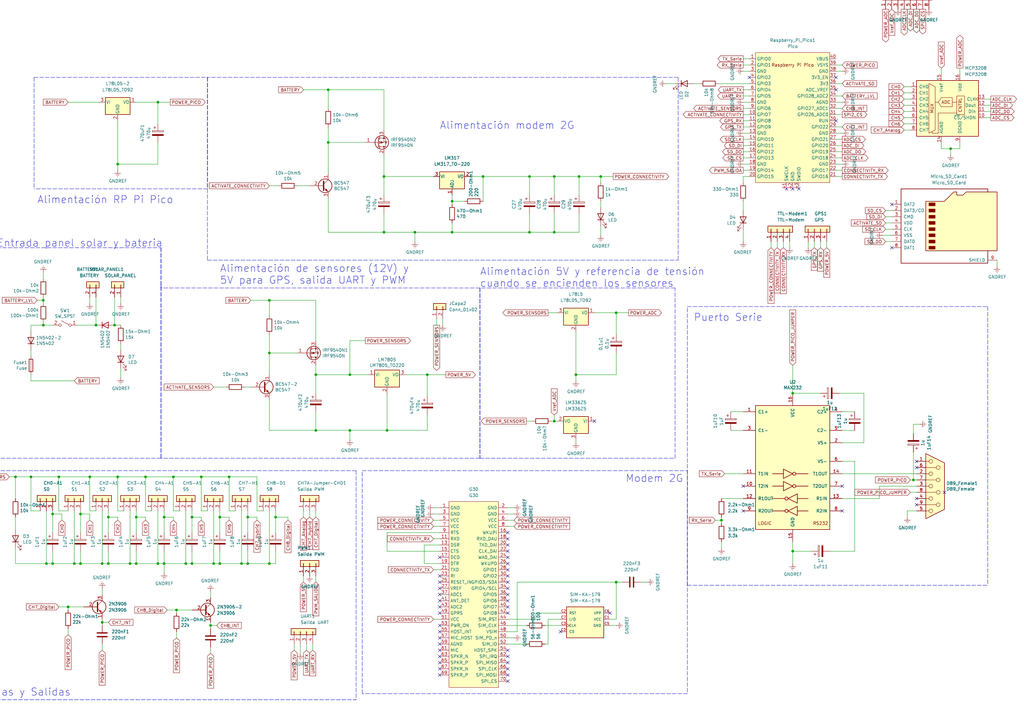
<source format=kicad_sch>
(kicad_sch (version 20211123) (generator eeschema)
  (paper "A3")
  (lib_symbols
    (symbol "Analog_ADC:MCP3208" (pin_names (offset 1.016))
      (property "Reference" "U" (at -5.08 13.335 0))
      (property "Value" "MCP3208" (at -5.08 11.43 0))
      (symbol "MCP3208_0_0"
        (text "ADC" (at -0.635 1.27 0) (effects (font (size 1.27 1.27))))
        (text "CNTRL" (at 5.969 -2.921 900) (effects (font (size 1.27 1.27)) (justify left bottom)))
        (text "MUX" (at -6.35 -1.27 900) (effects (font (size 1.27 1.27))))
      )
      (symbol "MCP3208_1_1"
        (pin input line (at -15.24 7.62 0) (length 2.54) (name "CH0") (number "1"))
        (pin input line (at 15.24 -5.08 180) (length 2.54) (name "~{CS}/SHDN") (number "10"))
        (pin input line (at 15.24 -2.54 180) (length 2.54) (name "Din") (number "11"))
        (pin output line (at 15.24 0 180) (length 2.54) (name "Dout") (number "12"))
        (pin input clock (at 15.24 2.54 180) (length 2.54) (name "CLK") (number "13"))
        (pin power_in line (at -2.54 -15.24 90) (length 2.54) (name "AGND") (number "14"))
        (pin power_in line (at -2.54 12.7 270) (length 2.54) (name "Vref") (number "15"))
        (pin power_in line (at 5.08 12.7 270) (length 2.54) (name "Vdd") (number "16"))
        (pin input line (at -15.24 5.08 0) (length 2.54) (name "CH1") (number "2"))
        (pin input line (at -15.24 2.54 0) (length 2.54) (name "CH2") (number "3"))
        (pin input line (at -15.24 0 0) (length 2.54) (name "CH3") (number "4"))
        (pin input line (at -15.24 -2.54 0) (length 2.54) (name "CH4") (number "5"))
        (pin input line (at -15.24 -5.08 0) (length 2.54) (name "CH5") (number "6"))
        (pin input line (at -15.24 -7.62 0) (length 2.54) (name "CH6") (number "7"))
        (pin input line (at -15.24 -10.16 0) (length 2.54) (name "CH7") (number "8"))
        (pin power_in line (at 5.08 -15.24 90) (length 2.54) (name "DGND") (number "9"))
      )
    )
    (symbol "Connector:DB9_Female" (pin_names (offset 1.016) hide)
      (property "Reference" "J" (at 0 13.97 0))
      (property "Value" "DB9_Female" (at 0 -14.605 0))
      (symbol "DB9_Female_1_1"
        (pin passive line (at -7.62 10.16 0) (length 3.81) (name "1") (number "1"))
        (pin passive line (at -7.62 5.08 0) (length 3.81) (name "2") (number "2"))
        (pin passive line (at -7.62 0 0) (length 3.81) (name "3") (number "3"))
        (pin passive line (at -7.62 -5.08 0) (length 3.81) (name "4") (number "4"))
        (pin passive line (at -7.62 -10.16 0) (length 3.81) (name "5") (number "5"))
        (pin passive line (at -7.62 7.62 0) (length 3.81) (name "6") (number "6"))
        (pin passive line (at -7.62 2.54 0) (length 3.81) (name "7") (number "7"))
        (pin passive line (at -7.62 -2.54 0) (length 3.81) (name "8") (number "8"))
        (pin passive line (at -7.62 -7.62 0) (length 3.81) (name "9") (number "9"))
      )
    )
    (symbol "Connector:Micro_SD_Card" (pin_names (offset 1.016))
      (property "Reference" "J" (at -16.51 15.24 0))
      (property "Value" "Micro_SD_Card" (at 16.51 15.24 0))
      (symbol "Micro_SD_Card_1_1"
        (pin bidirectional line (at -22.86 7.62 0) (length 3.81) (name "DAT2") (number "1"))
        (pin bidirectional line (at -22.86 5.08 0) (length 3.81) (name "DAT3/CD") (number "2"))
        (pin input line (at -22.86 2.54 0) (length 3.81) (name "CMD") (number "3"))
        (pin power_in line (at -22.86 0 0) (length 3.81) (name "VDD") (number "4"))
        (pin input line (at -22.86 -2.54 0) (length 3.81) (name "CLK") (number "5"))
        (pin power_in line (at -22.86 -5.08 0) (length 3.81) (name "VSS") (number "6"))
        (pin bidirectional line (at -22.86 -7.62 0) (length 3.81) (name "DAT0") (number "7"))
        (pin bidirectional line (at -22.86 -10.16 0) (length 3.81) (name "DAT1") (number "8"))
        (pin passive line (at 20.32 -15.24 180) (length 3.81) (name "SHIELD") (number "9"))
      )
    )
    (symbol "Connector_Generic:Conn_01x02" (pin_names (offset 1.016) hide)
      (property "Reference" "J" (at 0 2.54 0))
      (property "Value" "Conn_01x02" (at 0 -5.08 0))
      (symbol "Conn_01x02_1_1"
        (pin passive line (at -5.08 0 0) (length 3.81) (name "Pin_1") (number "1"))
        (pin passive line (at -5.08 -2.54 0) (length 3.81) (name "Pin_2") (number "2"))
      )
    )
    (symbol "Connector_Generic:Conn_01x03" (pin_names (offset 1.016) hide)
      (property "Reference" "J" (at 0 5.08 0))
      (property "Value" "Conn_01x03" (at 0 -5.08 0))
      (symbol "Conn_01x03_1_1"
        (pin passive line (at -5.08 2.54 0) (length 3.81) (name "Pin_1") (number "1"))
        (pin passive line (at -5.08 0 0) (length 3.81) (name "Pin_2") (number "2"))
        (pin passive line (at -5.08 -2.54 0) (length 3.81) (name "Pin_3") (number "3"))
      )
    )
    (symbol "Connector_Generic:Conn_01x04" (pin_names (offset 1.016) hide)
      (property "Reference" "J" (at 0 5.08 0))
      (property "Value" "Conn_01x04" (at 0 -7.62 0))
      (symbol "Conn_01x04_1_1"
        (pin passive line (at -5.08 2.54 0) (length 3.81) (name "Pin_1") (number "1"))
        (pin passive line (at -5.08 0 0) (length 3.81) (name "Pin_2") (number "2"))
        (pin passive line (at -5.08 -2.54 0) (length 3.81) (name "Pin_3") (number "3"))
        (pin passive line (at -5.08 -5.08 0) (length 3.81) (name "Pin_4") (number "4"))
      )
    )
    (symbol "Connector_Generic:Conn_01x08" (pin_names (offset 1.016) hide)
      (property "Reference" "J" (at 0 10.16 0))
      (property "Value" "Conn_01x08" (at 0 -12.7 0))
      (symbol "Conn_01x08_1_1"
        (pin passive line (at -5.08 7.62 0) (length 3.81) (name "Pin_1") (number "1"))
        (pin passive line (at -5.08 5.08 0) (length 3.81) (name "Pin_2") (number "2"))
        (pin passive line (at -5.08 2.54 0) (length 3.81) (name "Pin_3") (number "3"))
        (pin passive line (at -5.08 0 0) (length 3.81) (name "Pin_4") (number "4"))
        (pin passive line (at -5.08 -2.54 0) (length 3.81) (name "Pin_5") (number "5"))
        (pin passive line (at -5.08 -5.08 0) (length 3.81) (name "Pin_6") (number "6"))
        (pin passive line (at -5.08 -7.62 0) (length 3.81) (name "Pin_7") (number "7"))
        (pin passive line (at -5.08 -10.16 0) (length 3.81) (name "Pin_8") (number "8"))
      )
    )
    (symbol "Device:C" (pin_numbers hide) (pin_names (offset 0.254))
      (property "Reference" "C" (at 0.635 2.54 0))
      (property "Value" "C" (at 0.635 -2.54 0))
      (symbol "C_1_1"
        (pin passive line (at 0 3.81 270) (length 2.794) (name "~") (number "1"))
        (pin passive line (at 0 -3.81 90) (length 2.794) (name "~") (number "2"))
      )
    )
    (symbol "Device:CP" (pin_numbers hide) (pin_names (offset 0.254))
      (property "Reference" "C" (at 0.635 2.54 0))
      (property "Value" "Device_CP" (at 0.635 -2.54 0))
      (symbol "CP_1_1"
        (pin passive line (at 0 3.81 270) (length 2.794) (name "~") (number "1"))
        (pin passive line (at 0 -3.81 90) (length 2.794) (name "~") (number "2"))
      )
    )
    (symbol "Device:Fuse" (pin_numbers hide) (pin_names (offset 0))
      (property "Reference" "F" (at 2.032 0 90))
      (property "Value" "Fuse" (at -1.905 0 90))
      (symbol "Fuse_1_1"
        (pin passive line (at 0 3.81 270) (length 1.27) (name "~") (number "1"))
        (pin passive line (at 0 -3.81 90) (length 1.27) (name "~") (number "2"))
      )
    )
    (symbol "Device:LED" (pin_numbers hide) (pin_names (offset 1.016) hide)
      (property "Reference" "D" (at 0 2.54 0))
      (property "Value" "LED" (at 0 -2.54 0))
      (symbol "LED_1_1"
        (pin passive line (at -3.81 0 0) (length 2.54) (name "K") (number "1"))
        (pin passive line (at 3.81 0 180) (length 2.54) (name "A") (number "2"))
      )
    )
    (symbol "Device:R" (pin_numbers hide) (pin_names (offset 0))
      (property "Reference" "R" (at 2.032 0 90))
      (property "Value" "R" (at 0 0 90))
      (symbol "R_1_1"
        (pin passive line (at 0 3.81 270) (length 1.27) (name "~") (number "1"))
        (pin passive line (at 0 -3.81 90) (length 1.27) (name "~") (number "2"))
      )
    )
    (symbol "Diode:1N5402" (pin_numbers hide) (pin_names (offset 1.016) hide)
      (property "Reference" "D" (at 0 2.54 0))
      (property "Value" "1N5402" (at 0 -2.54 0))
      (symbol "1N5402_1_1"
        (pin passive line (at -3.81 0 0) (length 2.54) (name "K") (number "1"))
        (pin passive line (at 3.81 0 180) (length 2.54) (name "A") (number "2"))
      )
    )
    (symbol "Interface_UART:MAX232" (pin_names (offset 1.016))
      (property "Reference" "U" (at -2.54 28.575 0))
      (property "Value" "MAX232" (at -2.54 26.67 0))
      (symbol "MAX232_0_0"
        (text "LOGIC" (at -11.43 -22.86 0) (effects (font (size 1.27 1.27))))
        (text "RS232" (at 11.43 -22.86 0) (effects (font (size 1.27 1.27))))
      )
      (symbol "MAX232_1_1"
        (pin passive line (at -20.32 22.86 0) (length 5.08) (name "C1+") (number "1"))
        (pin input line (at -20.32 -7.62 0) (length 5.08) (name "T2IN") (number "10"))
        (pin input line (at -20.32 -2.54 0) (length 5.08) (name "T1IN") (number "11"))
        (pin output line (at -20.32 -12.7 0) (length 5.08) (name "R1OUT") (number "12"))
        (pin input line (at 20.32 -12.7 180) (length 5.08) (name "R1IN") (number "13"))
        (pin output line (at 20.32 -2.54 180) (length 5.08) (name "T1OUT") (number "14"))
        (pin power_in line (at 0 -30.48 90) (length 5.08) (name "GND") (number "15"))
        (pin power_in line (at 0 30.48 270) (length 5.08) (name "VCC") (number "16"))
        (pin power_out line (at 20.32 10.16 180) (length 5.08) (name "VS+") (number "2"))
        (pin passive line (at -20.32 15.24 0) (length 5.08) (name "C1-") (number "3"))
        (pin passive line (at 20.32 22.86 180) (length 5.08) (name "C2+") (number "4"))
        (pin passive line (at 20.32 15.24 180) (length 5.08) (name "C2-") (number "5"))
        (pin power_out line (at 20.32 2.54 180) (length 5.08) (name "VS-") (number "6"))
        (pin output line (at 20.32 -7.62 180) (length 5.08) (name "T2OUT") (number "7"))
        (pin input line (at 20.32 -17.78 180) (length 5.08) (name "R2IN") (number "8"))
        (pin output line (at -20.32 -17.78 0) (length 5.08) (name "R2OUT") (number "9"))
      )
    )
    (symbol "L78L05_TO92_1" (pin_names (offset 0.254))
      (property "Reference" "U8" (at 0 7.62 0))
      (property "Value" "LM336Z5" (at 0 5.08 0))
      (symbol "L78L05_TO92_1_1_1"
        (pin power_in line (at -7.62 0 0) (length 2.54) (name "VI") (number "1"))
        (pin power_out line (at 7.62 0 180) (length 2.54) (name "VO") (number "2"))
        (pin power_in line (at 0 -7.62 90) (length 2.54) (name "GND") (number "3"))
      )
    )
    (symbol "MCU_RaspberryPi_and_Boards:Pico"
      (property "Reference" "U" (at -13.97 27.94 0))
      (property "Value" "Pico" (at 0 19.05 0))
      (symbol "Pico_0_0"
        (text "Raspberry Pi Pico" (at 0 21.59 0) (effects (font (size 1.27 1.27))))
      )
      (symbol "Pico_1_1"
        (pin bidirectional line (at -17.78 24.13 0) (length 2.54) (name "GPIO0") (number "1"))
        (pin bidirectional line (at -17.78 1.27 0) (length 2.54) (name "GPIO7") (number "10"))
        (pin bidirectional line (at -17.78 -1.27 0) (length 2.54) (name "GPIO8") (number "11"))
        (pin bidirectional line (at -17.78 -3.81 0) (length 2.54) (name "GPIO9") (number "12"))
        (pin power_in line (at -17.78 -6.35 0) (length 2.54) (name "GND") (number "13"))
        (pin bidirectional line (at -17.78 -8.89 0) (length 2.54) (name "GPIO10") (number "14"))
        (pin bidirectional line (at -17.78 -11.43 0) (length 2.54) (name "GPIO11") (number "15"))
        (pin bidirectional line (at -17.78 -13.97 0) (length 2.54) (name "GPIO12") (number "16"))
        (pin bidirectional line (at -17.78 -16.51 0) (length 2.54) (name "GPIO13") (number "17"))
        (pin power_in line (at -17.78 -19.05 0) (length 2.54) (name "GND") (number "18"))
        (pin bidirectional line (at -17.78 -21.59 0) (length 2.54) (name "GPIO14") (number "19"))
        (pin bidirectional line (at -17.78 21.59 0) (length 2.54) (name "GPIO1") (number "2"))
        (pin bidirectional line (at -17.78 -24.13 0) (length 2.54) (name "GPIO15") (number "20"))
        (pin bidirectional line (at 17.78 -24.13 180) (length 2.54) (name "GPIO16") (number "21"))
        (pin bidirectional line (at 17.78 -21.59 180) (length 2.54) (name "GPIO17") (number "22"))
        (pin power_in line (at 17.78 -19.05 180) (length 2.54) (name "GND") (number "23"))
        (pin bidirectional line (at 17.78 -16.51 180) (length 2.54) (name "GPIO18") (number "24"))
        (pin bidirectional line (at 17.78 -13.97 180) (length 2.54) (name "GPIO19") (number "25"))
        (pin bidirectional line (at 17.78 -11.43 180) (length 2.54) (name "GPIO20") (number "26"))
        (pin bidirectional line (at 17.78 -8.89 180) (length 2.54) (name "GPIO21") (number "27"))
        (pin power_in line (at 17.78 -6.35 180) (length 2.54) (name "GND") (number "28"))
        (pin bidirectional line (at 17.78 -3.81 180) (length 2.54) (name "GPIO22") (number "29"))
        (pin power_in line (at -17.78 19.05 0) (length 2.54) (name "GND") (number "3"))
        (pin input line (at 17.78 -1.27 180) (length 2.54) (name "RUN") (number "30"))
        (pin bidirectional line (at 17.78 1.27 180) (length 2.54) (name "GPIO26_ADC0") (number "31"))
        (pin bidirectional line (at 17.78 3.81 180) (length 2.54) (name "GPIO27_ADC1") (number "32"))
        (pin power_in line (at 17.78 6.35 180) (length 2.54) (name "AGND") (number "33"))
        (pin bidirectional line (at 17.78 8.89 180) (length 2.54) (name "GPIO28_ADC2") (number "34"))
        (pin power_in line (at 17.78 11.43 180) (length 2.54) (name "ADC_VREF") (number "35"))
        (pin power_in line (at 17.78 13.97 180) (length 2.54) (name "3V3") (number "36"))
        (pin input line (at 17.78 16.51 180) (length 2.54) (name "3V3_EN") (number "37"))
        (pin bidirectional line (at 17.78 19.05 180) (length 2.54) (name "GND") (number "38"))
        (pin power_in line (at 17.78 21.59 180) (length 2.54) (name "VSYS") (number "39"))
        (pin bidirectional line (at -17.78 16.51 0) (length 2.54) (name "GPIO2") (number "4"))
        (pin power_in line (at 17.78 24.13 180) (length 2.54) (name "VBUS") (number "40"))
        (pin input line (at -2.54 -29.21 90) (length 2.54) (name "SWCLK") (number "41"))
        (pin power_in line (at 0 -29.21 90) (length 2.54) (name "GND") (number "42"))
        (pin bidirectional line (at 2.54 -29.21 90) (length 2.54) (name "SWDIO") (number "43"))
        (pin bidirectional line (at -17.78 13.97 0) (length 2.54) (name "GPIO3") (number "5"))
        (pin bidirectional line (at -17.78 11.43 0) (length 2.54) (name "GPIO4") (number "6"))
        (pin bidirectional line (at -17.78 8.89 0) (length 2.54) (name "GPIO5") (number "7"))
        (pin power_in line (at -17.78 6.35 0) (length 2.54) (name "GND") (number "8"))
        (pin bidirectional line (at -17.78 3.81 0) (length 2.54) (name "GPIO6") (number "9"))
      )
    )
    (symbol "Regulator_Linear:L78L05_TO92" (pin_names (offset 0.254))
      (property "Reference" "U" (at -3.81 3.175 0))
      (property "Value" "L78L05_TO92" (at 0 3.175 0))
      (symbol "L78L05_TO92_1_1"
        (pin power_out line (at 7.62 0 180) (length 2.54) (name "VO") (number "1"))
        (pin power_in line (at 0 -7.62 90) (length 2.54) (name "GND") (number "2"))
        (pin power_in line (at -7.62 0 0) (length 2.54) (name "VI") (number "3"))
      )
    )
    (symbol "Regulator_Linear:LM317_TO-220" (pin_names (offset 0.254))
      (property "Reference" "U" (at -3.81 3.175 0))
      (property "Value" "LM317_TO-220" (at 0 3.175 0))
      (symbol "LM317_TO-220_1_1"
        (pin input line (at 0 -7.62 90) (length 2.54) (name "ADJ") (number "1"))
        (pin power_out line (at 7.62 0 180) (length 2.54) (name "VO") (number "2"))
        (pin power_in line (at -7.62 0 0) (length 2.54) (name "VI") (number "3"))
      )
    )
    (symbol "Regulator_Linear:LM7805_TO220" (pin_names (offset 0.254))
      (property "Reference" "U" (at -3.81 3.175 0))
      (property "Value" "LM7805_TO220" (at 0 3.175 0))
      (symbol "LM7805_TO220_1_1"
        (pin power_in line (at -7.62 0 0) (length 2.54) (name "VI") (number "1"))
        (pin power_in line (at 0 -7.62 90) (length 2.54) (name "GND") (number "2"))
        (pin power_out line (at 7.62 0 180) (length 2.54) (name "VO") (number "3"))
      )
    )
    (symbol "SIM7100-6-1-15-00-A_REVC:SIM7100-6-1-15-00-A_REVC" (pin_names (offset 1.016))
      (property "Reference" "SIM-KA-179" (at 0 10.16 0))
      (property "Value" "SIM-KA-179" (at 0 7.62 0))
      (symbol "SIM7100-6-1-15-00-A_REVC_0_0"
        (pin power_in line (at 10.16 0 180) (length 2.54) (name "VCC") (number "C1"))
        (pin input line (at -10.16 2.54 0) (length 2.54) (name "RST") (number "C2"))
        (pin bidirectional clock (at -10.16 -2.54 0) (length 2.54) (name "CLK") (number "C3"))
        (pin power_in line (at 10.16 -2.54 180) (length 2.54) (name "GND") (number "C5"))
        (pin power_in line (at 10.16 2.54 180) (length 2.54) (name "VPP") (number "C6"))
        (pin bidirectional line (at -10.16 0 0) (length 2.54) (name "I/O") (number "C7"))
        (pin passive line (at -10.16 -5.08 0) (length 2.54) (name "CD") (number "CD"))
      )
    )
    (symbol "Switch:SW_SPST" (pin_names (offset 0) hide)
      (property "Reference" "SW" (at 0 3.175 0))
      (property "Value" "SW_SPST" (at 0 -2.54 0))
      (symbol "SW_SPST_1_1"
        (pin passive line (at -5.08 0 0) (length 2.54) (name "A") (number "1"))
        (pin passive line (at 5.08 0 180) (length 2.54) (name "B") (number "2"))
      )
    )
    (symbol "Telit-G30:G30"
      (property "Reference" "U" (at 0 0 0))
      (property "Value" "G30" (at 0 2.54 0))
      (symbol "G30_1_1"
        (pin passive line (at -13.97 -3.81 0) (length 3.81) (name "GND") (number "1"))
        (pin output line (at -13.97 -16.51 0) (length 3.81) (name "RXD") (number "11"))
        (pin output line (at -13.97 -19.05 0) (length 3.81) (name "DSR") (number "13"))
        (pin output line (at -13.97 -21.59 0) (length 3.81) (name "CTS") (number "15"))
        (pin input line (at 13.97 -13.97 180) (length 3.81) (name "WKUPI") (number "16"))
        (pin output line (at -13.97 -24.13 0) (length 3.81) (name "DCD") (number "17"))
        (pin input line (at 13.97 -16.51 180) (length 3.81) (name "RXD_DAU") (number "18"))
        (pin input line (at -13.97 -26.67 0) (length 3.81) (name "DTR") (number "19"))
        (pin passive line (at 13.97 -3.81 180) (length 3.81) (name "GND") (number "2"))
        (pin output line (at 13.97 -19.05 180) (length 3.81) (name "TXD_DAI") (number "20"))
        (pin input line (at -13.97 -29.21 0) (length 3.81) (name "TXD") (number "21"))
        (pin output line (at 13.97 -21.59 180) (length 3.81) (name "CLK_DAI") (number "22"))
        (pin output line (at -13.97 -31.75 0) (length 3.81) (name "RI") (number "23"))
        (pin output line (at 13.97 -24.13 180) (length 3.81) (name "WA0_DAI") (number "24"))
        (pin input line (at -13.97 -34.29 0) (length 3.81) (name "RESET_IN") (number "25"))
        (pin output line (at 13.97 -26.67 180) (length 3.81) (name "WKUPO") (number "26"))
        (pin output line (at -13.97 -36.83 0) (length 3.81) (name "VREF") (number "27"))
        (pin bidirectional line (at 13.97 -29.21 180) (length 3.81) (name "GPIO1") (number "28"))
        (pin passive line (at -13.97 -6.35 0) (length 3.81) (name "GND") (number "3"))
        (pin bidirectional line (at 13.97 -31.75 180) (length 3.81) (name "GPIO2") (number "30"))
        (pin bidirectional line (at 13.97 -34.29 180) (length 3.81) (name "GPIO3/SDA") (number "32"))
        (pin bidirectional line (at 13.97 -36.83 180) (length 3.81) (name "GPIO4/SCL") (number "34"))
        (pin bidirectional line (at 13.97 -39.37 180) (length 3.81) (name "GPIO5") (number "36"))
        (pin input line (at -13.97 -39.37 0) (length 3.81) (name "ADC1") (number "37"))
        (pin bidirectional line (at 13.97 -41.91 180) (length 3.81) (name "GPIO6") (number "38"))
        (pin passive line (at 13.97 -6.35 180) (length 3.81) (name "GND") (number "4"))
        (pin bidirectional line (at 13.97 -44.45 180) (length 3.81) (name "GPIO7") (number "40"))
        (pin output line (at -13.97 -41.91 0) (length 3.81) (name "ANT_DET") (number "41"))
        (pin bidirectional line (at 13.97 -46.99 180) (length 3.81) (name "GPIO8") (number "42"))
        (pin input line (at -13.97 -44.45 0) (length 3.81) (name "ADC2") (number "43"))
        (pin output line (at 13.97 -49.53 180) (length 3.81) (name "SIM_RST") (number "44"))
        (pin output line (at 13.97 -52.07 180) (length 3.81) (name "SIM_CLK") (number "46"))
        (pin output line (at 13.97 -54.61 180) (length 3.81) (name "VSIM") (number "48"))
        (pin output line (at -13.97 -46.99 0) (length 3.81) (name "GPRS") (number "49"))
        (pin passive line (at -13.97 -8.89 0) (length 3.81) (name "VCC") (number "5"))
        (pin input line (at 13.97 -57.15 180) (length 3.81) (name "SIM_PD_n") (number "50"))
        (pin input line (at -13.97 -49.53 0) (length 3.81) (name "VCC") (number "51"))
        (pin bidirectional line (at 13.97 -59.69 180) (length 3.81) (name "SIM_IO") (number "52"))
        (pin input line (at -13.97 -52.07 0) (length 3.81) (name "PWR_ON") (number "53"))
        (pin output line (at 13.97 -62.23 180) (length 3.81) (name "HDST_SPK") (number "54"))
        (pin input line (at -13.97 -54.61 0) (length 3.81) (name "HDST_INT") (number "55"))
        (pin input line (at -13.97 -57.15 0) (length 3.81) (name "MIC_HDST") (number "57"))
        (pin passive line (at -13.97 -59.69 0) (length 3.81) (name "AGND") (number "59"))
        (pin passive line (at 13.97 -8.89 180) (length 3.81) (name "VCC") (number "6"))
        (pin input line (at -13.97 -62.23 0) (length 3.81) (name "MIC") (number "61"))
        (pin input line (at 13.97 -64.77 180) (length 3.81) (name "SPI_IRQ") (number "62"))
        (pin output line (at -13.97 -64.77 0) (length 3.81) (name "SPKR_N") (number "63"))
        (pin input line (at 13.97 -67.31 180) (length 3.81) (name "SPI_MISO") (number "64"))
        (pin output line (at -13.97 -67.31 0) (length 3.81) (name "SPKR_P") (number "65"))
        (pin output line (at 13.97 -69.85 180) (length 3.81) (name "SPI_CLK") (number "66"))
        (pin output line (at -13.97 -69.85 0) (length 3.81) (name "SPKR_N") (number "67"))
        (pin output line (at 13.97 -72.39 180) (length 3.81) (name "SPI_MOSI") (number "68"))
        (pin output line (at -13.97 -72.39 0) (length 3.81) (name "SPKR_P") (number "69"))
        (pin passive line (at -13.97 -11.43 0) (length 3.81) (name "VCC") (number "7"))
        (pin output line (at 13.97 -74.93 180) (length 3.81) (name "SPI_CS") (number "70"))
        (pin passive line (at 13.97 -11.43 180) (length 3.81) (name "VCC") (number "8"))
        (pin input line (at -13.97 -13.97 0) (length 3.81) (name "RTS") (number "9"))
      )
    )
    (symbol "Transistor_BJT:2N3906" (pin_names (offset 0) hide)
      (property "Reference" "Q" (at 5.08 1.905 0))
      (property "Value" "2N3906" (at 5.08 0 0))
      (symbol "2N3906_1_1"
        (pin passive line (at 2.54 -5.08 90) (length 2.54) (name "E") (number "1"))
        (pin input line (at -5.08 0 0) (length 5.715) (name "B") (number "2"))
        (pin passive line (at 2.54 5.08 270) (length 2.54) (name "C") (number "3"))
      )
    )
    (symbol "Transistor_BJT:BC547" (pin_names (offset 0) hide)
      (property "Reference" "Q" (at 5.08 1.905 0))
      (property "Value" "BC547" (at 5.08 0 0))
      (symbol "BC547_1_1"
        (pin passive line (at 2.54 5.08 270) (length 2.54) (name "C") (number "1"))
        (pin input line (at -5.08 0 0) (length 5.08) (name "B") (number "2"))
        (pin passive line (at 2.54 -5.08 90) (length 2.54) (name "E") (number "3"))
      )
    )
    (symbol "Transistor_FET:IRF9540N" (pin_names hide)
      (property "Reference" "Q" (at 5.08 1.905 0))
      (property "Value" "IRF9540N" (at 5.08 0 0))
      (symbol "IRF9540N_1_1"
        (pin input line (at -5.08 0 0) (length 2.54) (name "G") (number "1"))
        (pin passive line (at 2.54 5.08 270) (length 2.54) (name "D") (number "2"))
        (pin passive line (at 2.54 -5.08 90) (length 2.54) (name "S") (number "3"))
      )
    )
    (symbol "power:GNDREF" (power) (pin_names (offset 0))
      (property "Value" "GNDREF" (at 0 -3.81 0))
      (symbol "GNDREF_1_1"
        (pin power_in line (at 0 0 270) (length 0) hide (name "GNDREF") (number "1"))
      )
    )
  )
  (junction (at 217.17 95.25))
  (junction (at 227.33 95.25))
  (junction (at 33.02 231.14))
  (junction (at 21.59 231.14))
  (junction (at 227.33 172.72))
  (junction (at 72.39 250.19))
  (junction (at 134.62 36.83))
  (junction (at 86.36 256.54))
  (junction (at 170.18 95.25))
  (junction (at 185.42 95.25))
  (junction (at 21.59 210.82))
  (junction (at 110.49 144.78))
  (junction (at 143.51 153.67))
  (junction (at 78.74 212.09))
  (junction (at 93.98 195.58))
  (junction (at 46.99 133.35))
  (junction (at 129.54 176.53))
  (junction (at 12.7 195.58))
  (junction (at 87.63 231.14))
  (junction (at 217.17 72.39))
  (junction (at 76.2 231.14))
  (junction (at 157.48 95.25))
  (junction (at 41.91 231.14))
  (junction (at 374.65 196.85))
  (junction (at 17.78 133.35))
  (junction (at 389.89 60.96))
  (junction (at 33.02 210.82))
  (junction (at 19.05 231.14))
  (junction (at 39.37 133.35))
  (junction (at 67.31 231.14))
  (junction (at 55.88 231.14))
  (junction (at 41.91 255.27))
  (junction (at 236.22 153.67))
  (junction (at 110.49 231.14))
  (junction (at 44.45 212.09))
  (junction (at 295.91 213.36))
  (junction (at 64.77 41.91))
  (junction (at 325.12 226.06))
  (junction (at 325.12 161.29))
  (junction (at 48.26 195.58))
  (junction (at 24.13 195.58))
  (junction (at 82.55 195.58))
  (junction (at 175.26 153.67))
  (junction (at 6.35 195.58))
  (junction (at 55.88 212.09))
  (junction (at 67.31 212.09))
  (junction (at 99.06 231.14))
  (junction (at 143.51 176.53))
  (junction (at 71.12 195.58))
  (junction (at 110.49 123.19))
  (junction (at 252.73 128.27))
  (junction (at 17.78 123.19))
  (junction (at 53.34 231.14))
  (junction (at 48.26 67.31))
  (junction (at 134.62 58.42))
  (junction (at 129.54 153.67))
  (junction (at 158.75 176.53))
  (junction (at 157.48 72.39))
  (junction (at 90.17 212.09))
  (junction (at 101.6 212.09))
  (junction (at 59.69 195.58))
  (junction (at 30.48 231.14))
  (junction (at 101.6 231.14))
  (junction (at 227.33 72.39))
  (junction (at 44.45 231.14))
  (junction (at 185.42 82.55))
  (junction (at 78.74 231.14))
  (junction (at 113.03 212.09))
  (junction (at 198.12 72.39))
  (junction (at 252.73 238.76))
  (junction (at 36.83 195.58))
  (junction (at 246.38 72.39))
  (junction (at 237.49 72.39))
  (junction (at 64.77 231.14))
  (junction (at 90.17 231.14))
  (junction (at 27.94 248.92))
  (no_connect (at 180.34 264.16))
  (no_connect (at 180.34 261.62))
  (no_connect (at 180.34 259.08))
  (no_connect (at 180.34 256.54))
  (no_connect (at 180.34 251.46))
  (no_connect (at 180.34 248.92))
  (no_connect (at 180.34 276.86))
  (no_connect (at 180.34 274.32))
  (no_connect (at 180.34 271.78))
  (no_connect (at 180.34 269.24))
  (no_connect (at 180.34 266.7))
  (no_connect (at 208.28 218.44))
  (no_connect (at 208.28 220.98))
  (no_connect (at 250.19 251.46))
  (no_connect (at 229.87 259.08))
  (no_connect (at 208.28 251.46))
  (no_connect (at 208.28 266.7))
  (no_connect (at 208.28 269.24))
  (no_connect (at 208.28 271.78))
  (no_connect (at 208.28 274.32))
  (no_connect (at 208.28 276.86))
  (no_connect (at 208.28 279.4))
  (no_connect (at 180.34 228.6))
  (no_connect (at 180.34 236.22))
  (no_connect (at 208.28 243.84))
  (no_connect (at 208.28 246.38))
  (no_connect (at 208.28 248.92))
  (no_connect (at 345.44 199.39))
  (no_connect (at 345.44 209.55))
  (no_connect (at 304.8 209.55))
  (no_connect (at 304.8 199.39))
  (no_connect (at 375.92 207.01))
  (no_connect (at 322.58 77.47))
  (no_connect (at 327.66 77.47))
  (no_connect (at 325.12 77.47))
  (no_connect (at 365.76 101.6))
  (no_connect (at 365.76 83.82))
  (no_connect (at 180.34 243.84))
  (no_connect (at 180.34 241.3))
  (no_connect (at 180.34 238.76))
  (no_connect (at 180.34 246.38))
  (no_connect (at 243.84 172.72))
  (no_connect (at 208.28 231.14))
  (no_connect (at 208.28 233.68))
  (no_connect (at 208.28 236.22))
  (no_connect (at 208.28 238.76))
  (no_connect (at 208.28 241.3))
  (no_connect (at 208.28 223.52))
  (no_connect (at 208.28 226.06))
  (no_connect (at 208.28 228.6))
  (no_connect (at 387.35 201.93))
  (no_connect (at 342.9 31.75))
  (no_connect (at 342.9 36.83))
  (no_connect (at 307.34 31.75))
  (no_connect (at 342.9 49.53))
  (no_connect (at 375.92 204.47))
  (no_connect (at 375.92 191.77))
  (no_connect (at 375.92 189.23))
  (no_connect (at 231.14 330.2))
  (wire (pts (xy 48.26 209.55) (xy 48.26 195.58)))
  (wire (pts (xy 30.48 231.14) (xy 21.59 231.14)))
  (wire (pts (xy 53.34 209.55) (xy 53.34 231.14)))
  (wire (pts (xy 345.44 44.45) (xy 342.9 44.45)))
  (wire (pts (xy 304.8 64.77) (xy 307.34 64.77)))
  (wire (pts (xy 295.91 212.09) (xy 295.91 213.36)))
  (wire (pts (xy 354.33 181.61) (xy 345.44 181.61)))
  (wire (pts (xy 21.59 226.06) (xy 21.59 231.14)))
  (wire (pts (xy 287.02 34.29) (xy 284.48 34.29)))
  (wire (pts (xy 237.49 95.25) (xy 227.33 95.25)))
  (wire (pts (xy 389.89 60.96) (xy 389.89 63.5)))
  (wire (pts (xy 110.49 137.16) (xy 110.49 144.78)))
  (wire (pts (xy 210.82 215.9) (xy 208.28 215.9)))
  (wire (pts (xy 386.08 58.42) (xy 386.08 60.96)))
  (wire (pts (xy 27.94 41.91) (xy 40.64 41.91)))
  (wire (pts (xy 318.77 101.6) (xy 318.77 99.06)))
  (wire (pts (xy 361.95 96.52) (xy 365.76 96.52)))
  (wire (pts (xy 236.22 156.21) (xy 236.22 153.67)))
  (wire (pts (xy 102.87 123.19) (xy 110.49 123.19)))
  (wire (pts (xy 93.98 209.55) (xy 93.98 195.58)))
  (wire (pts (xy 157.48 72.39) (xy 177.8 72.39)))
  (wire (pts (xy 86.36 265.43) (xy 86.36 267.97)))
  (wire (pts (xy 257.81 128.27) (xy 252.73 128.27)))
  (wire (pts (xy 101.6 226.06) (xy 101.6 231.14)))
  (wire (pts (xy 27.94 209.55) (xy 24.13 209.55)))
  (wire (pts (xy 59.69 209.55) (xy 59.69 195.58)))
  (wire (pts (xy 48.26 195.58) (xy 59.69 195.58)))
  (wire (pts (xy 332.74 226.06) (xy 325.12 226.06)))
  (wire (pts (xy 370.84 43.18) (xy 373.38 43.18)))
  (wire (pts (xy 293.37 213.36) (xy 295.91 213.36)))
  (wire (pts (xy 345.44 34.29) (xy 342.9 34.29)))
  (wire (pts (xy 363.22 86.36) (xy 365.76 86.36)))
  (wire (pts (xy 124.46 36.83) (xy 134.62 36.83)))
  (wire (pts (xy 177.8 210.82) (xy 180.34 210.82)))
  (polyline (pts (xy 281.94 193.04) (xy 281.94 284.48)))
  (wire (pts (xy 336.55 99.06) (xy 336.55 101.6)))
  (wire (pts (xy 181.61 133.35) (xy 181.61 130.81)))
  (wire (pts (xy 67.31 212.09) (xy 67.31 218.44)))
  (polyline (pts (xy 85.09 31.75) (xy 85.09 106.68)))
  (wire (pts (xy 360.68 199.39) (xy 375.92 199.39)))
  (wire (pts (xy 175.26 176.53) (xy 158.75 176.53)))
  (wire (pts (xy 64.77 67.31) (xy 48.26 67.31)))
  (wire (pts (xy 105.41 209.55) (xy 105.41 195.58)))
  (wire (pts (xy 157.48 53.34) (xy 157.48 36.83)))
  (wire (pts (xy 86.36 256.54) (xy 88.9 256.54)))
  (polyline (pts (xy 196.85 118.11) (xy 196.85 187.96)))
  (wire (pts (xy 177.8 215.9) (xy 180.34 215.9)))
  (wire (pts (xy 149.86 139.7) (xy 143.51 139.7)))
  (wire (pts (xy 345.44 52.07) (xy 342.9 52.07)))
  (wire (pts (xy 345.44 194.31) (xy 375.92 194.31)))
  (wire (pts (xy 78.74 209.55) (xy 78.74 212.09)))
  (wire (pts (xy 110.49 209.55) (xy 110.49 231.14)))
  (wire (pts (xy 227.33 72.39) (xy 237.49 72.39)))
  (wire (pts (xy 304.8 176.53) (xy 299.72 176.53)))
  (wire (pts (xy 49.53 151.13) (xy 49.53 154.94)))
  (wire (pts (xy 99.06 209.55) (xy 99.06 231.14)))
  (wire (pts (xy 44.45 226.06) (xy 44.45 231.14)))
  (wire (pts (xy 6.35 212.09) (xy 6.35 217.17)))
  (polyline (pts (xy 196.85 187.96) (xy 66.04 187.96)))
  (wire (pts (xy 123.19 264.16) (xy 123.19 267.97)))
  (wire (pts (xy 345.44 57.15) (xy 342.9 57.15)))
  (polyline (pts (xy 281.94 240.03) (xy 281.94 125.73)))
  (polyline (pts (xy 13.97 31.75) (xy 13.97 77.47)))
  (wire (pts (xy 304.8 26.67) (xy 307.34 26.67)))
  (wire (pts (xy 129.54 123.19) (xy 110.49 123.19)))
  (wire (pts (xy 304.8 59.69) (xy 307.34 59.69)))
  (wire (pts (xy 85.09 209.55) (xy 82.55 209.55)))
  (wire (pts (xy 55.88 226.06) (xy 55.88 231.14)))
  (wire (pts (xy 151.13 153.67) (xy 143.51 153.67)))
  (wire (pts (xy 48.26 69.85) (xy 48.26 67.31)))
  (wire (pts (xy 185.42 82.55) (xy 190.5 82.55)))
  (wire (pts (xy 219.71 254) (xy 208.28 254)))
  (wire (pts (xy 227.33 170.18) (xy 227.33 172.72)))
  (wire (pts (xy 73.66 209.55) (xy 71.12 209.55)))
  (wire (pts (xy 69.85 41.91) (xy 64.77 41.91)))
  (wire (pts (xy 41.91 255.27) (xy 44.45 255.27)))
  (wire (pts (xy 215.9 256.54) (xy 208.28 256.54)))
  (wire (pts (xy 393.7 60.96) (xy 389.89 60.96)))
  (wire (pts (xy 307.34 44.45) (xy 304.8 44.45)))
  (wire (pts (xy 96.52 209.55) (xy 93.98 209.55)))
  (wire (pts (xy 101.6 231.14) (xy 99.06 231.14)))
  (wire (pts (xy 295.91 213.36) (xy 295.91 214.63)))
  (wire (pts (xy 12.7 209.55) (xy 12.7 195.58)))
  (wire (pts (xy 237.49 87.63) (xy 237.49 95.25)))
  (wire (pts (xy 27.94 248.92) (xy 27.94 250.19)))
  (wire (pts (xy 113.03 212.09) (xy 113.03 218.44)))
  (wire (pts (xy 217.17 72.39) (xy 227.33 72.39)))
  (wire (pts (xy 121.92 76.2) (xy 127 76.2)))
  (wire (pts (xy 129.54 153.67) (xy 143.51 153.67)))
  (wire (pts (xy 78.74 231.14) (xy 76.2 231.14)))
  (wire (pts (xy 134.62 71.12) (xy 134.62 58.42)))
  (wire (pts (xy 48.26 49.53) (xy 48.26 67.31)))
  (wire (pts (xy 316.23 101.6) (xy 316.23 99.06)))
  (wire (pts (xy 345.44 69.85) (xy 342.9 69.85)))
  (wire (pts (xy 12.7 156.21) (xy 30.48 156.21)))
  (wire (pts (xy 170.18 99.06) (xy 170.18 95.25)))
  (wire (pts (xy 113.03 209.55) (xy 113.03 212.09)))
  (wire (pts (xy 350.52 226.06) (xy 340.36 226.06)))
  (wire (pts (xy 110.49 176.53) (xy 129.54 176.53)))
  (wire (pts (xy 307.34 46.99) (xy 304.8 46.99)))
  (wire (pts (xy 374.65 185.42) (xy 374.65 196.85)))
  (wire (pts (xy 354.33 161.29) (xy 344.17 161.29)))
  (wire (pts (xy 158.75 218.44) (xy 158.75 226.06)))
  (polyline (pts (xy 146.05 193.04) (xy 146.05 287.02)))
  (wire (pts (xy 39.37 133.35) (xy 31.75 133.35)))
  (wire (pts (xy 110.49 231.14) (xy 101.6 231.14)))
  (wire (pts (xy 304.8 36.83) (xy 307.34 36.83)))
  (wire (pts (xy 246.38 74.93) (xy 246.38 72.39)))
  (wire (pts (xy 78.74 226.06) (xy 78.74 231.14)))
  (wire (pts (xy 110.49 76.2) (xy 114.3 76.2)))
  (wire (pts (xy 134.62 36.83) (xy 134.62 44.45)))
  (wire (pts (xy 342.9 41.91) (xy 345.44 41.91)))
  (wire (pts (xy 370.84 40.64) (xy 373.38 40.64)))
  (wire (pts (xy 72.39 250.19) (xy 72.39 251.46)))
  (wire (pts (xy 370.84 45.72) (xy 373.38 45.72)))
  (wire (pts (xy 372.11 209.55) (xy 372.11 212.09)))
  (wire (pts (xy 403.86 48.26) (xy 406.4 48.26)))
  (wire (pts (xy 6.35 204.47) (xy 6.35 195.58)))
  (wire (pts (xy 67.31 234.95) (xy 67.31 231.14)))
  (wire (pts (xy 76.2 209.55) (xy 76.2 231.14)))
  (wire (pts (xy 323.85 101.6) (xy 323.85 99.06)))
  (wire (pts (xy 294.64 34.29) (xy 307.34 34.29)))
  (wire (pts (xy 363.22 88.9) (xy 365.76 88.9)))
  (polyline (pts (xy 85.09 77.47) (xy 13.97 77.47)))
  (wire (pts (xy 226.06 172.72) (xy 227.33 172.72)))
  (wire (pts (xy 342.9 67.31) (xy 345.44 67.31)))
  (wire (pts (xy 304.8 57.15) (xy 307.34 57.15)))
  (wire (pts (xy 24.13 248.92) (xy 27.94 248.92)))
  (polyline (pts (xy 85.09 106.68) (xy 278.13 106.68)))
  (wire (pts (xy 62.23 209.55) (xy 59.69 209.55)))
  (wire (pts (xy 67.31 209.55) (xy 67.31 212.09)))
  (wire (pts (xy 129.54 236.22) (xy 129.54 238.76)))
  (wire (pts (xy 374.65 173.99) (xy 374.65 177.8)))
  (wire (pts (xy 350.52 168.91) (xy 345.44 168.91)))
  (wire (pts (xy 173.99 223.52) (xy 173.99 231.14)))
  (wire (pts (xy 36.83 121.92) (xy 36.83 124.46)))
  (wire (pts (xy 345.44 46.99) (xy 342.9 46.99)))
  (wire (pts (xy 72.39 259.08) (xy 72.39 261.62)))
  (polyline (pts (xy 278.13 31.75) (xy 85.09 31.75)))
  (wire (pts (xy 105.41 212.09) (xy 101.6 212.09)))
  (wire (pts (xy 41.91 241.3) (xy 41.91 243.84)))
  (wire (pts (xy 252.73 153.67) (xy 236.22 153.67)))
  (wire (pts (xy 76.2 231.14) (xy 67.31 231.14)))
  (wire (pts (xy 252.73 144.78) (xy 252.73 153.67)))
  (wire (pts (xy 67.31 231.14) (xy 64.77 231.14)))
  (wire (pts (xy 177.8 208.28) (xy 180.34 208.28)))
  (wire (pts (xy 377.19 173.99) (xy 374.65 173.99)))
  (wire (pts (xy 71.12 213.36) (xy 71.12 212.09)))
  (wire (pts (xy 304.8 41.91) (xy 307.34 41.91)))
  (wire (pts (xy 16.51 209.55) (xy 12.7 209.55)))
  (wire (pts (xy 177.8 254) (xy 180.34 254)))
  (wire (pts (xy 87.63 231.14) (xy 90.17 231.14)))
  (polyline (pts (xy 196.85 187.96) (xy 276.86 187.96)))
  (wire (pts (xy 334.01 99.06) (xy 334.01 101.6)))
  (wire (pts (xy 53.34 231.14) (xy 44.45 231.14)))
  (wire (pts (xy 21.59 231.14) (xy 19.05 231.14)))
  (wire (pts (xy 393.7 30.48) (xy 393.7 27.94)))
  (wire (pts (xy 304.8 52.07) (xy 307.34 52.07)))
  (wire (pts (xy 325.12 149.86) (xy 325.12 161.29)))
  (wire (pts (xy 403.86 40.64) (xy 406.4 40.64)))
  (wire (pts (xy 374.65 196.85) (xy 375.92 196.85)))
  (polyline (pts (xy 281.94 284.48) (xy 148.59 284.48)))
  (polyline (pts (xy 148.59 284.48) (xy 148.59 193.04)))
  (wire (pts (xy 6.35 195.58) (xy 12.7 195.58)))
  (wire (pts (xy 304.8 168.91) (xy 299.72 168.91)))
  (wire (pts (xy 180.34 223.52) (xy 173.99 223.52)))
  (wire (pts (xy 210.82 213.36) (xy 208.28 213.36)))
  (wire (pts (xy 87.63 231.14) (xy 78.74 231.14)))
  (wire (pts (xy 90.17 209.55) (xy 90.17 212.09)))
  (wire (pts (xy 370.84 38.1) (xy 373.38 38.1)))
  (wire (pts (xy 113.03 226.06) (xy 113.03 231.14)))
  (wire (pts (xy 363.22 99.06) (xy 365.76 99.06)))
  (wire (pts (xy 389.89 60.96) (xy 386.08 60.96)))
  (wire (pts (xy 276.86 34.29) (xy 273.05 34.29)))
  (wire (pts (xy 59.69 195.58) (xy 71.12 195.58)))
  (wire (pts (xy 12.7 153.67) (xy 12.7 156.21)))
  (wire (pts (xy 24.13 209.55) (xy 24.13 195.58)))
  (polyline (pts (xy -1.27 101.6) (xy -1.27 187.96)))
  (wire (pts (xy 90.17 231.14) (xy 99.06 231.14)))
  (wire (pts (xy 375.92 209.55) (xy 372.11 209.55)))
  (wire (pts (xy 336.55 161.29) (xy 325.12 161.29)))
  (wire (pts (xy 64.77 58.42) (xy 64.77 67.31)))
  (wire (pts (xy 82.55 212.09) (xy 78.74 212.09)))
  (wire (pts (xy 100.33 158.75) (xy 102.87 158.75)))
  (wire (pts (xy 55.88 212.09) (xy 55.88 218.44)))
  (polyline (pts (xy 85.09 31.75) (xy 85.09 77.47)))
  (wire (pts (xy 295.91 204.47) (xy 304.8 204.47)))
  (wire (pts (xy 129.54 168.91) (xy 129.54 176.53)))
  (polyline (pts (xy 196.85 118.11) (xy 196.85 187.96)))
  (wire (pts (xy 44.45 218.44) (xy 44.45 212.09)))
  (wire (pts (xy 48.26 212.09) (xy 44.45 212.09)))
  (wire (pts (xy 265.43 238.76) (xy 262.89 238.76)))
  (wire (pts (xy 93.98 212.09) (xy 90.17 212.09)))
  (wire (pts (xy 33.02 218.44) (xy 33.02 210.82)))
  (wire (pts (xy 93.98 195.58) (xy 105.41 195.58)))
  (wire (pts (xy 158.75 226.06) (xy 180.34 226.06)))
  (wire (pts (xy 36.83 209.55) (xy 36.83 195.58)))
  (wire (pts (xy 304.8 29.21) (xy 307.34 29.21)))
  (wire (pts (xy 252.73 256.54) (xy 250.19 256.54)))
  (polyline (pts (xy 13.97 31.75) (xy 85.09 31.75)))
  (wire (pts (xy 55.88 209.55) (xy 55.88 212.09)))
  (wire (pts (xy 120.65 264.16) (xy 120.65 266.7)))
  (wire (pts (xy 110.49 123.19) (xy 110.49 129.54)))
  (wire (pts (xy 15.24 123.19) (xy 17.78 123.19)))
  (wire (pts (xy 373.38 201.93) (xy 375.92 201.93)))
  (wire (pts (xy 68.58 250.19) (xy 72.39 250.19)))
  (wire (pts (xy 78.74 212.09) (xy 78.74 218.44)))
  (wire (pts (xy 198.12 72.39) (xy 217.17 72.39)))
  (wire (pts (xy 237.49 72.39) (xy 246.38 72.39)))
  (wire (pts (xy 105.41 213.36) (xy 105.41 212.09)))
  (wire (pts (xy 19.05 209.55) (xy 19.05 231.14)))
  (wire (pts (xy 21.59 133.35) (xy 17.78 133.35)))
  (wire (pts (xy 229.87 251.46) (xy 219.71 251.46)))
  (wire (pts (xy 215.9 264.16) (xy 208.28 264.16)))
  (wire (pts (xy 170.18 95.25) (xy 185.42 95.25)))
  (wire (pts (xy 243.84 128.27) (xy 252.73 128.27)))
  (wire (pts (xy 59.69 212.09) (xy 55.88 212.09)))
  (wire (pts (xy 304.8 39.37) (xy 307.34 39.37)))
  (polyline (pts (xy -1.27 101.6) (xy 66.04 101.6)))
  (wire (pts (xy 82.55 195.58) (xy 93.98 195.58)))
  (wire (pts (xy 354.33 161.29) (xy 354.33 181.61)))
  (wire (pts (xy 134.62 58.42) (xy 134.62 52.07)))
  (wire (pts (xy 185.42 82.55) (xy 185.42 83.82)))
  (polyline (pts (xy 276.86 118.11) (xy 196.85 118.11)))
  (wire (pts (xy 304.8 82.55) (xy 304.8 86.36)))
  (polyline (pts (xy 66.04 118.11) (xy 66.04 116.84)))
  (polyline (pts (xy 196.85 118.11) (xy 66.04 118.11)))
  (wire (pts (xy 30.48 209.55) (xy 30.48 231.14)))
  (wire (pts (xy 143.51 180.34) (xy 143.51 176.53)))
  (wire (pts (xy 36.83 213.36) (xy 36.83 210.82)))
  (wire (pts (xy 17.78 121.92) (xy 17.78 123.19)))
  (wire (pts (xy 212.09 238.76) (xy 252.73 238.76)))
  (wire (pts (xy 110.49 144.78) (xy 110.49 153.67)))
  (wire (pts (xy 331.47 99.06) (xy 331.47 101.6)))
  (wire (pts (xy 90.17 218.44) (xy 90.17 212.09)))
  (wire (pts (xy 12.7 146.05) (xy 12.7 143.51)))
  (wire (pts (xy 236.22 135.89) (xy 236.22 153.67)))
  (wire (pts (xy 227.33 95.25) (xy 217.17 95.25)))
  (wire (pts (xy 87.63 158.75) (xy 92.71 158.75)))
  (polyline (pts (xy 281.94 125.73) (xy 405.13 125.73)))
  (wire (pts (xy 55.88 41.91) (xy 64.77 41.91)))
  (wire (pts (xy 224.79 264.16) (xy 223.52 264.16)))
  (wire (pts (xy 157.48 36.83) (xy 134.62 36.83)))
  (wire (pts (xy 113.03 212.09) (xy 118.11 212.09)))
  (wire (pts (xy 46.99 121.92) (xy 46.99 133.35)))
  (wire (pts (xy 350.52 189.23) (xy 345.44 189.23)))
  (wire (pts (xy 304.8 62.23) (xy 307.34 62.23)))
  (wire (pts (xy 12.7 195.58) (xy 24.13 195.58)))
  (wire (pts (xy 101.6 218.44) (xy 101.6 212.09)))
  (polyline (pts (xy 146.05 193.04) (xy -15.24 193.04)))
  (wire (pts (xy 87.63 209.55) (xy 87.63 231.14)))
  (wire (pts (xy 175.26 153.67) (xy 175.26 162.56)))
  (wire (pts (xy 246.38 92.71) (xy 246.38 96.52)))
  (wire (pts (xy 370.84 53.34) (xy 373.38 53.34)))
  (wire (pts (xy 44.45 212.09) (xy 44.45 209.55)))
  (wire (pts (xy 72.39 250.19) (xy 78.74 250.19)))
  (wire (pts (xy 173.99 231.14) (xy 180.34 231.14)))
  (wire (pts (xy 41.91 209.55) (xy 41.91 231.14)))
  (wire (pts (xy 175.26 153.67) (xy 182.88 153.67)))
  (wire (pts (xy 304.8 67.31) (xy 307.34 67.31)))
  (wire (pts (xy 304.8 69.85) (xy 307.34 69.85)))
  (wire (pts (xy 39.37 121.92) (xy 39.37 133.35)))
  (wire (pts (xy 185.42 80.01) (xy 185.42 82.55)))
  (wire (pts (xy 118.11 213.36) (xy 118.11 212.09)))
  (polyline (pts (xy 276.86 187.96) (xy 276.86 118.11)))
  (wire (pts (xy 50.8 209.55) (xy 48.26 209.55)))
  (wire (pts (xy 86.36 256.54) (xy 86.36 257.81)))
  (wire (pts (xy 403.86 43.18) (xy 406.4 43.18)))
  (wire (pts (xy 177.8 220.98) (xy 180.34 220.98)))
  (wire (pts (xy 124.46 212.09) (xy 124.46 209.55)))
  (wire (pts (xy 71.12 212.09) (xy 67.31 212.09)))
  (wire (pts (xy 25.4 213.36) (xy 25.4 210.82)))
  (wire (pts (xy 121.92 144.78) (xy 110.49 144.78)))
  (polyline (pts (xy 281.94 240.03) (xy 405.13 240.03)))
  (wire (pts (xy 224.79 254) (xy 229.87 254)))
  (wire (pts (xy 82.55 209.55) (xy 82.55 195.58)))
  (wire (pts (xy 86.36 242.57) (xy 86.36 245.11)))
  (wire (pts (xy 363.22 91.44) (xy 365.76 91.44)))
  (wire (pts (xy 403.86 45.72) (xy 406.4 45.72)))
  (wire (pts (xy 342.9 54.61) (xy 345.44 54.61)))
  (wire (pts (xy 41.91 264.16) (xy 41.91 266.7)))
  (wire (pts (xy 17.78 123.19) (xy 17.78 124.46)))
  (wire (pts (xy 12.7 135.89) (xy 12.7 133.35)))
  (wire (pts (xy 237.49 72.39) (xy 237.49 80.01)))
  (polyline (pts (xy -15.24 287.02) (xy 146.05 287.02)))
  (wire (pts (xy 304.8 24.13) (xy 307.34 24.13)))
  (wire (pts (xy 236.22 180.34) (xy 236.22 181.61)))
  (wire (pts (xy 129.54 139.7) (xy 129.54 123.19)))
  (wire (pts (xy 33.02 226.06) (xy 33.02 231.14)))
  (wire (pts (xy 101.6 212.09) (xy 101.6 209.55)))
  (wire (pts (xy 370.84 35.56) (xy 373.38 35.56)))
  (wire (pts (xy 304.8 54.61) (xy 307.34 54.61)))
  (wire (pts (xy 386.08 27.94) (xy 386.08 30.48)))
  (wire (pts (xy 143.51 176.53) (xy 158.75 176.53)))
  (wire (pts (xy 86.36 255.27) (xy 86.36 256.54)))
  (wire (pts (xy 90.17 226.06) (xy 90.17 231.14)))
  (wire (pts (xy 212.09 259.08) (xy 208.28 259.08)))
  (wire (pts (xy 227.33 87.63) (xy 227.33 95.25)))
  (wire (pts (xy 64.77 41.91) (xy 64.77 50.8)))
  (wire (pts (xy 49.53 140.97) (xy 49.53 143.51)))
  (wire (pts (xy 224.79 128.27) (xy 228.6 128.27)))
  (wire (pts (xy 157.48 72.39) (xy 157.48 80.01)))
  (wire (pts (xy 82.55 213.36) (xy 82.55 212.09)))
  (wire (pts (xy 342.9 29.21) (xy 345.44 29.21)))
  (wire (pts (xy 143.51 176.53) (xy 129.54 176.53)))
  (wire (pts (xy 345.44 64.77) (xy 342.9 64.77)))
  (wire (pts (xy 107.95 209.55) (xy 105.41 209.55)))
  (wire (pts (xy 71.12 209.55) (xy 71.12 195.58)))
  (polyline (pts (xy -15.24 193.04) (xy -15.24 287.02)))
  (wire (pts (xy 157.48 63.5) (xy 157.48 72.39)))
  (wire (pts (xy 223.52 256.54) (xy 229.87 256.54)))
  (polyline (pts (xy 66.04 187.96) (xy -1.27 187.96)))
  (wire (pts (xy 177.8 233.68) (xy 180.34 233.68)))
  (polyline (pts (xy 66.04 101.6) (xy 66.04 187.96)))
  (wire (pts (xy 304.8 72.39) (xy 307.34 72.39)))
  (wire (pts (xy 46.99 133.35) (xy 49.53 133.35)))
  (wire (pts (xy 350.52 189.23) (xy 350.52 226.06)))
  (wire (pts (xy 129.54 153.67) (xy 129.54 161.29)))
  (wire (pts (xy 166.37 153.67) (xy 175.26 153.67)))
  (wire (pts (xy 27.94 248.92) (xy 34.29 248.92)))
  (wire (pts (xy 408.94 109.22) (xy 408.94 106.68)))
  (wire (pts (xy 227.33 72.39) (xy 227.33 80.01)))
  (wire (pts (xy 25.4 210.82) (xy 21.59 210.82)))
  (wire (pts (xy 345.44 59.69) (xy 342.9 59.69)))
  (wire (pts (xy 252.73 128.27) (xy 252.73 137.16)))
  (wire (pts (xy 350.52 176.53) (xy 345.44 176.53)))
  (wire (pts (xy 113.03 231.14) (xy 110.49 231.14)))
  (wire (pts (xy 339.09 99.06) (xy 339.09 101.6)))
  (wire (pts (xy 250.19 254) (xy 252.73 254)))
  (wire (pts (xy 41.91 255.27) (xy 41.91 256.54)))
  (wire (pts (xy 219.71 251.46) (xy 219.71 254)))
  (wire (pts (xy 185.42 91.44) (xy 185.42 95.25)))
  (wire (pts (xy 36.83 195.58) (xy 48.26 195.58)))
  (wire (pts (xy 143.51 139.7) (xy 143.51 153.67)))
  (wire (pts (xy 177.8 213.36) (xy 180.34 213.36)))
  (wire (pts (xy 49.53 124.46) (xy 49.53 121.92)))
  (wire (pts (xy 175.26 170.18) (xy 175.26 176.53)))
  (wire (pts (xy 185.42 95.25) (xy 217.17 95.25)))
  (wire (pts (xy 55.88 231.14) (xy 53.34 231.14)))
  (wire (pts (xy 24.13 195.58) (xy 36.83 195.58)))
  (wire (pts (xy 325.12 226.06) (xy 325.12 231.14)))
  (wire (pts (xy 170.18 95.25) (xy 157.48 95.25)))
  (wire (pts (xy 370.84 48.26) (xy 373.38 48.26)))
  (wire (pts (xy 252.73 238.76) (xy 252.73 254)))
  (wire (pts (xy 129.54 149.86) (xy 129.54 153.67)))
  (wire (pts (xy 345.44 39.37) (xy 342.9 39.37)))
  (wire (pts (xy 158.75 218.44) (xy 180.34 218.44)))
  (wire (pts (xy 6.35 224.79) (xy 6.35 231.14)))
  (wire (pts (xy 217.17 87.63) (xy 217.17 95.25)))
  (wire (pts (xy 325.12 222.25) (xy 325.12 226.06)))
  (polyline (pts (xy 278.13 106.68) (xy 278.13 31.75)))
  (wire (pts (xy 295.91 222.25) (xy 295.91 224.79)))
  (wire (pts (xy 393.7 58.42) (xy 393.7 60.96)))
  (wire (pts (xy 342.9 26.67) (xy 345.44 26.67)))
  (wire (pts (xy 67.31 226.06) (xy 67.31 231.14)))
  (wire (pts (xy 304.8 99.06) (xy 304.8 93.98)))
  (wire (pts (xy 17.78 132.08) (xy 17.78 133.35)))
  (wire (pts (xy 21.59 210.82) (xy 21.59 209.55)))
  (wire (pts (xy 370.84 50.8) (xy 373.38 50.8)))
  (wire (pts (xy 210.82 210.82) (xy 208.28 210.82)))
  (wire (pts (xy 110.49 163.83) (xy 110.49 176.53)))
  (polyline (pts (xy 66.04 101.6) (xy 66.04 187.96)))
  (wire (pts (xy 246.38 72.39) (xy 251.46 72.39)))
  (wire (pts (xy 129.54 212.09) (xy 129.54 209.55)))
  (wire (pts (xy 297.18 194.31) (xy 304.8 194.31)))
  (wire (pts (xy 360.68 204.47) (xy 360.68 199.39)))
  (wire (pts (xy 224.79 254) (xy 224.79 264.16)))
  (wire (pts (xy 217.17 72.39) (xy 217.17 80.01)))
  (wire (pts (xy 210.82 208.28) (xy 208.28 208.28)))
  (wire (pts (xy 215.9 172.72) (xy 218.44 172.72)))
  (wire (pts (xy 64.77 209.55) (xy 64.77 231.14)))
  (wire (pts (xy 36.83 210.82) (xy 33.02 210.82)))
  (wire (pts (xy 33.02 210.82) (xy 33.02 209.55)))
  (wire (pts (xy 17.78 111.76) (xy 17.78 114.3)))
  (wire (pts (xy 321.31 101.6) (xy 321.31 99.06)))
  (wire (pts (xy 373.38 196.85) (xy 374.65 196.85)))
  (wire (pts (xy 41.91 231.14) (xy 33.02 231.14)))
  (wire (pts (xy 17.78 133.35) (xy 12.7 133.35)))
  (wire (pts (xy 149.86 58.42) (xy 134.62 58.42)))
  (wire (pts (xy 210.82 261.62) (xy 208.28 261.62)))
  (wire (pts (xy 33.02 231.14) (xy 30.48 231.14)))
  (wire (pts (xy 246.38 82.55) (xy 246.38 85.09)))
  (wire (pts (xy 27.94 257.81) (xy 27.94 260.35)))
  (wire (pts (xy 71.12 195.58) (xy 82.55 195.58)))
  (wire (pts (xy 124.46 238.76) (xy 124.46 236.22)))
  (wire (pts (xy 44.45 231.14) (xy 41.91 231.14)))
  (wire (pts (xy 179.07 133.35) (xy 179.07 130.81)))
  (wire (pts (xy 227.33 172.72) (xy 228.6 172.72)))
  (wire (pts (xy 345.44 62.23) (xy 342.9 62.23)))
  (wire (pts (xy 157.48 87.63) (xy 157.48 95.25)))
  (wire (pts (xy 128.27 264.16) (xy 128.27 266.7)))
  (wire (pts (xy 41.91 254) (xy 41.91 255.27)))
  (wire (pts (xy 345.44 72.39) (xy 342.9 72.39)))
  (wire (pts (xy 6.35 231.14) (xy 19.05 231.14)))
  (wire (pts (xy 198.12 72.39) (xy 198.12 82.55)))
  (wire (pts (xy 125.73 264.16) (xy 125.73 266.7)))
  (wire (pts (xy 193.04 72.39) (xy 198.12 72.39)))
  (wire (pts (xy 39.37 209.55) (xy 36.83 209.55)))
  (polyline (pts (xy 148.59 193.04) (xy 281.94 193.04)))
  (wire (pts (xy 3.81 195.58) (xy 6.35 195.58)))
  (wire (pts (xy 304.8 49.53) (xy 307.34 49.53)))
  (wire (pts (xy 48.26 213.36) (xy 48.26 212.09)))
  (wire (pts (xy 158.75 161.29) (xy 158.75 176.53)))
  (wire (pts (xy 59.69 213.36) (xy 59.69 212.09)))
  (wire (pts (xy 93.98 213.36) (xy 93.98 212.09)))
  (polyline (pts (xy 405.13 125.73) (xy 405.13 240.03)))
  (wire (pts (xy 64.77 231.14) (xy 55.88 231.14)))
  (wire (pts (xy 127 212.09) (xy 127 209.55)))
  (wire (pts (xy 134.62 95.25) (xy 134.62 81.28)))
  (wire (pts (xy 157.48 95.25) (xy 134.62 95.25)))
  (wire (pts (xy 255.27 238.76) (xy 252.73 238.76)))
  (wire (pts (xy 21.59 218.44) (xy 21.59 210.82)))
  (wire (pts (xy 304.8 72.39) (xy 304.8 74.93)))
  (wire (pts (xy 345.44 204.47) (xy 360.68 204.47)))
  (wire (pts (xy 212.09 238.76) (xy 212.09 259.08)))
  (wire (pts (xy 363.22 93.98) (xy 365.76 93.98)))
  (text "Modem 2G" (at 256.54 198.12 0) (effects (font (size 3 3)) (justify left bottom)))
  (text "Alimentación modem 2G" (at 180.34 53.34 0) (effects (font (size 3 3)) (justify left bottom)))
  (text "Alimentación 5V y referencia de tensión\ncuando se encienden los sensores" (at 196.85 118.11 0) (effects (font (size 3 3)) (justify left bottom)))
  (text "Entradas y Salidas" (at -13.97 285.75 0) (effects (font (size 3 3)) (justify left bottom)))
  (text "Entrada panel solar y bateria" (at -1.27 101.6 0) (effects (font (size 3 3)) (justify left bottom)))
  (text "Alimentación RP Pi Pico" (at 15.24 83.82 0) (effects (font (size 3 3)) (justify left bottom)))
  (text "Puerto Serie" (at 284.48 132.08 0) (effects (font (size 3 3)) (justify left bottom)))
  (text "Alimentación de sensores (12V) y\n5V para GPS, salida UART y PWM\n" (at 90.17 116.84 0) (effects (font (size 3 3)) (justify left bottom)))
  (global_label "POWER_ADC" (shape output) (at 257.81 128.27 0) (property "Intersheet References" "${INTERSHEET_REFS}" (effects hide)))
  (global_label "Vref_ADC" (shape input) (at 365.76 3.81 270) (property "Intersheet References" "${INTERSHEET_REFS}" (effects hide)))
  (global_label "CH8_INT" (shape input) (at 88.9 256.54 0) (property "Intersheet References" "${INTERSHEET_REFS}" (effects hide)))
  (global_label "UART_TX" (shape output) (at 304.8 36.83 180) (property "Intersheet References" "${INTERSHEET_REFS}" (effects hide)))
  (global_label "Vref_ADC" (shape input) (at 227.33 170.18 90) (property "Intersheet References" "${INTERSHEET_REFS}" (effects hide)))
  (global_label "CONNECTIVITY_TX" (shape input) (at 177.8 233.68 180) (property "Intersheet References" "${INTERSHEET_REFS}" (effects hide)))
  (global_label "POWER_PICO" (shape input) (at 41.91 266.7 270) (property "Intersheet References" "${INTERSHEET_REFS}" (effects hide)))
  (global_label "CH7_Digital" (shape input) (at 129.54 212.09 270) (property "Intersheet References" "${INTERSHEET_REFS}" (effects hide)))
  (global_label "BATTERY_LVL" (shape input) (at 15.24 123.19 180) (property "Intersheet References" "${INTERSHEET_REFS}" (effects hide)))
  (global_label "ACTIVATE_CONNECTIVITY" (shape output) (at 304.8 46.99 180) (property "Intersheet References" "${INTERSHEET_REFS}" (effects hide)))
  (global_label "ADC_CLK" (shape output) (at 345.44 64.77 0) (property "Intersheet References" "${INTERSHEET_REFS}" (effects hide)))
  (global_label "SD_DI" (shape output) (at 304.8 59.69 180) (property "Intersheet References" "${INTERSHEET_REFS}" (effects hide)))
  (global_label "CONNECTIVITY_RX" (shape input) (at 321.31 101.6 270) (property "Intersheet References" "${INTERSHEET_REFS}" (effects hide)))
  (global_label "CH2" (shape input) (at 48.26 213.36 270) (property "Intersheet References" "${INTERSHEET_REFS}" (effects hide)))
  (global_label "BATTERY" (shape input) (at 124.46 36.83 180) (property "Intersheet References" "${INTERSHEET_REFS}" (effects hide)))
  (global_label "CH6" (shape input) (at 93.98 213.36 270) (property "Intersheet References" "${INTERSHEET_REFS}" (effects hide)))
  (global_label "POWER_PICO_JUMPER" (shape input) (at 325.12 149.86 90) (property "Intersheet References" "${INTERSHEET_REFS}" (effects hide)))
  (global_label "POWER_ADC" (shape output) (at 393.7 27.94 90) (property "Intersheet References" "${INTERSHEET_REFS}" (effects hide)))
  (global_label "POWER_5V" (shape input) (at 120.65 266.7 270) (property "Intersheet References" "${INTERSHEET_REFS}" (effects hide)))
  (global_label "ACTIVATE_SD" (shape input) (at 345.44 34.29 0) (property "Intersheet References" "${INTERSHEET_REFS}" (effects hide)))
  (global_label "POWER_SENSORS" (shape output) (at 224.79 128.27 180) (property "Intersheet References" "${INTERSHEET_REFS}" (effects hide)))
  (global_label "POWER_PICO" (shape input) (at 345.44 26.67 0) (property "Intersheet References" "${INTERSHEET_REFS}" (effects hide)))
  (global_label "POWER_5V" (shape output) (at 182.88 153.67 0) (property "Intersheet References" "${INTERSHEET_REFS}" (effects hide)))
  (global_label "CH7_Hybrid" (shape input) (at 105.41 213.36 270) (property "Intersheet References" "${INTERSHEET_REFS}" (effects hide)))
  (global_label "ADC_CLK" (shape output) (at 370.84 3.81 270) (property "Intersheet References" "${INTERSHEET_REFS}" (effects hide)))
  (global_label "GPS_RX" (shape output) (at 304.8 49.53 180) (property "Intersheet References" "${INTERSHEET_REFS}" (effects hide)))
  (global_label "CH3" (shape input) (at 370.84 43.18 180) (property "Intersheet References" "${INTERSHEET_REFS}" (effects hide)))
  (global_label "SD_CLK" (shape output) (at 304.8 57.15 180) (property "Intersheet References" "${INTERSHEET_REFS}" (effects hide)))
  (global_label "POWER_PICO_JUMPER" (shape input) (at 373.38 201.93 180) (property "Intersheet References" "${INTERSHEET_REFS}" (effects hide)))
  (global_label "CH0" (shape input) (at 370.84 35.56 180) (property "Intersheet References" "${INTERSHEET_REFS}" (effects hide)))
  (global_label "BATTERY_LVL" (shape input) (at 345.44 39.37 0) (property "Intersheet References" "${INTERSHEET_REFS}" (effects hide)))
  (global_label "BATTERY" (shape input) (at 30.48 156.21 0) (property "Intersheet References" "${INTERSHEET_REFS}" (effects hide)))
  (global_label "CH7_Analog" (shape input) (at 370.84 53.34 180) (property "Intersheet References" "${INTERSHEET_REFS}" (effects hide)))
  (global_label "CH2" (shape input) (at 370.84 40.64 180) (property "Intersheet References" "${INTERSHEET_REFS}" (effects hide)))
  (global_label "POWER_CONNECTIVITY" (shape input) (at 177.8 213.36 180) (property "Intersheet References" "${INTERSHEET_REFS}" (effects hide)))
  (global_label "ADC_CLK" (shape output) (at 406.4 40.64 0) (property "Intersheet References" "${INTERSHEET_REFS}" (effects hide)))
  (global_label "POWER_SENSORS" (shape input) (at 3.81 195.58 180) (property "Intersheet References" "${INTERSHEET_REFS}" (effects hide)))
  (global_label "UART_RX" (shape output) (at 304.8 39.37 180) (property "Intersheet References" "${INTERSHEET_REFS}" (effects hide)))
  (global_label "BATTERY" (shape input) (at 27.94 41.91 180) (property "Intersheet References" "${INTERSHEET_REFS}" (effects hide)))
  (global_label "ADC_DO" (shape output) (at 345.44 62.23 0) (property "Intersheet References" "${INTERSHEET_REFS}" (effects hide)))
  (global_label "SPI2_CS" (shape output) (at 345.44 46.99 0) (property "Intersheet References" "${INTERSHEET_REFS}" (effects hide)))
  (global_label "POWER_CONNECTIVITY" (shape input) (at 210.82 215.9 0) (property "Intersheet References" "${INTERSHEET_REFS}" (effects hide)))
  (global_label "CH6" (shape input) (at 370.84 50.8 180) (property "Intersheet References" "${INTERSHEET_REFS}" (effects hide)))
  (global_label "POWER_CONNECTIVITY" (shape input) (at 177.8 254 180) (property "Intersheet References" "${INTERSHEET_REFS}" (effects hide)))
  (global_label "ADC_DO" (shape output) (at 406.4 45.72 0) (property "Intersheet References" "${INTERSHEET_REFS}" (effects hide)))
  (global_label "POWER_CONNECTIVITY" (shape output) (at 251.46 72.39 0) (property "Intersheet References" "${INTERSHEET_REFS}" (effects hide)))
  (global_label "UART_RX" (shape input) (at 128.27 266.7 270) (property "Intersheet References" "${INTERSHEET_REFS}" (effects hide)))
  (global_label "CH4" (shape input) (at 71.12 213.36 270) (property "Intersheet References" "${INTERSHEET_REFS}" (effects hide)))
  (global_label "POWER_PICO" (shape output) (at 69.85 41.91 0) (property "Intersheet References" "${INTERSHEET_REFS}" (effects hide)))
  (global_label "SD_CLK" (shape input) (at 363.22 93.98 180) (property "Intersheet References" "${INTERSHEET_REFS}" (effects hide)))
  (global_label "CH5" (shape input) (at 82.55 213.36 270) (property "Intersheet References" "${INTERSHEET_REFS}" (effects hide)))
  (global_label "RX_Serie" (shape output) (at 304.8 26.67 180) (property "Intersheet References" "${INTERSHEET_REFS}" (effects hide)))
  (global_label "CONNECTIVITY_TX" (shape output) (at 345.44 72.39 0) (property "Intersheet References" "${INTERSHEET_REFS}" (effects hide)))
  (global_label "CH7_Hybrid" (shape input) (at 127 212.09 270) (property "Intersheet References" "${INTERSHEET_REFS}" (effects hide)))
  (global_label "CH8_Digital" (shape input) (at 118.11 213.36 270) (property "Intersheet References" "${INTERSHEET_REFS}" (effects hide)))
  (global_label "ACTIVATE_SENSORS" (shape input) (at 87.63 158.75 180) (property "Intersheet References" "${INTERSHEET_REFS}" (effects hide)))
  (global_label "CH1" (shape input) (at 36.83 213.36 270) (property "Intersheet References" "${INTERSHEET_REFS}" (effects hide)))
  (global_label "POWER_PICO" (shape input) (at 373.38 196.85 180) (property "Intersheet References" "${INTERSHEET_REFS}" (effects hide)))
  (global_label "PWM_SALIDA" (shape input) (at 129.54 238.76 270) (property "Intersheet References" "${INTERSHEET_REFS}" (effects hide)))
  (global_label "CH7_Analog" (shape input) (at 124.46 212.09 270) (property "Intersheet References" "${INTERSHEET_REFS}" (effects hide)))
  (global_label "ACTIVATE_SD" (shape input) (at 363.22 91.44 180) (property "Intersheet References" "${INTERSHEET_REFS}" (effects hide)))
  (global_label "CH7_Digital" (shape input) (at 24.13 248.92 180) (property "Intersheet References" "${INTERSHEET_REFS}" (effects hide)))
  (global_label "GPS_TX" (shape input) (at 334.01 101.6 270) (property "Intersheet References" "${INTERSHEET_REFS}" (effects hide)))
  (global_label "POWER_SENSORS" (shape output) (at 179.07 133.35 270) (property "Intersheet References" "${INTERSHEET_REFS}" (effects hide)))
  (global_label "TX_Serie" (shape output) (at 304.8 24.13 180) (property "Intersheet References" "${INTERSHEET_REFS}" (effects hide)))
  (global_label "GPS_RX" (shape input) (at 336.55 101.6 270) (property "Intersheet References" "${INTERSHEET_REFS}" (effects hide)))
  (global_label "SD_CS" (shape output) (at 304.8 64.77 180) (property "Intersheet References" "${INTERSHEET_REFS}" (effects hide)))
  (global_label "ADC_DI" (shape output) (at 373.38 3.81 270) (property "Intersheet References" "${INTERSHEET_REFS}" (effects hide)))
  (global_label "SPI2_CS" (shape output) (at 378.46 3.81 270) (property "Intersheet References" "${INTERSHEET_REFS}" (effects hide)))
  (global_label "CH3" (shape input) (at 59.69 213.36 270) (property "Intersheet References" "${INTERSHEET_REFS}" (effects hide)))
  (global_label "CONNECTIVITY_TX" (shape input) (at 318.77 101.6 270) (property "Intersheet References" "${INTERSHEET_REFS}" (effects hide)))
  (global_label "TX_Serie" (shape input) (at 297.18 194.31 180) (property "Intersheet References" "${INTERSHEET_REFS}" (effects hide)))
  (global_label "POWER_CONNECTIVITY" (shape input) (at 177.8 215.9 180) (property "Intersheet References" "${INTERSHEET_REFS}" (effects hide)))
  (global_label "UART_TX" (shape input) (at 125.73 266.7 270) (property "Intersheet References" "${INTERSHEET_REFS}" (effects hide)))
  (global_label "POWER_ADC" (shape output) (at 363.22 3.81 270) (property "Intersheet References" "${INTERSHEET_REFS}" (effects hide)))
  (global_label "POWER_PICO" (shape input) (at 86.36 267.97 270) (property "Intersheet References" "${INTERSHEET_REFS}" (effects hide)))
  (global_label "POWER_PICO" (shape input) (at 72.39 261.62 270) (property "Intersheet References" "${INTERSHEET_REFS}" (effects hide)))
  (global_label "ADC_CS" (shape output) (at 406.4 48.26 0) (property "Intersheet References" "${INTERSHEET_REFS}" (effects hide)))
  (global_label "POWER_SENSORS" (shape output) (at 215.9 172.72 180) (property "Intersheet References" "${INTERSHEET_REFS}" (effects hide)))
  (global_label "CH4" (shape input) (at 370.84 45.72 180) (property "Intersheet References" "${INTERSHEET_REFS}" (effects hide)))
  (global_label "ADC_DI" (shape output) (at 406.4 43.18 0) (property "Intersheet References" "${INTERSHEET_REFS}" (effects hide)))
  (global_label "POWER_CONNECTIVITY" (shape input) (at 210.82 213.36 0) (property "Intersheet References" "${INTERSHEET_REFS}" (effects hide)))
  (global_label "CH1" (shape input) (at 370.84 38.1 180) (property "Intersheet References" "${INTERSHEET_REFS}" (effects hide)))
  (global_label "SD_DO" (shape output) (at 304.8 62.23 180) (property "Intersheet References" "${INTERSHEET_REFS}" (effects hide)))
  (global_label "ACTIVATE_CONNECTIVITY" (shape input) (at 110.49 76.2 180) (property "Intersheet References" "${INTERSHEET_REFS}" (effects hide)))
  (global_label "GPS_TX" (shape output) (at 304.8 52.07 180) (property "Intersheet References" "${INTERSHEET_REFS}" (effects hide)))
  (global_label "CH7_INT" (shape input) (at 44.45 255.27 0) (property "Intersheet References" "${INTERSHEET_REFS}" (effects hide)))
  (global_label "POWER_SENSORS" (shape output) (at 149.86 139.7 0) (property "Intersheet References" "${INTERSHEET_REFS}" (effects hide)))
  (global_label "CONNECTIVITY_RX" (shape input) (at 177.8 220.98 180) (property "Intersheet References" "${INTERSHEET_REFS}" (effects hide)))
  (global_label "Vref_ADC" (shape input) (at 386.08 27.94 90) (property "Intersheet References" "${INTERSHEET_REFS}" (effects hide)))
  (global_label "CH8_INT" (shape input) (at 345.44 44.45 0) (property "Intersheet References" "${INTERSHEET_REFS}" (effects hide)))
  (global_label "CH7_INT" (shape input) (at 345.44 52.07 0) (property "Intersheet References" "${INTERSHEET_REFS}" (effects hide)))
  (global_label "ADC_CS" (shape output) (at 345.44 57.15 0) (property "Intersheet References" "${INTERSHEET_REFS}" (effects hide)))
  (global_label "POWER_CONNECTIVITY" (shape input) (at 316.23 101.6 270) (property "Intersheet References" "${INTERSHEET_REFS}" (effects hide)))
  (global_label "CH0" (shape input) (at 25.4 213.36 270) (property "Intersheet References" "${INTERSHEET_REFS}" (effects hide)))
  (global_label "PWM_SALIDA" (shape output) (at 304.8 69.85 180) (property "Intersheet References" "${INTERSHEET_REFS}" (effects hide)))
  (global_label "POWER_5V" (shape input) (at 339.09 101.6 270) (property "Intersheet References" "${INTERSHEET_REFS}" (effects hide)))
  (global_label "SD_CS" (shape input) (at 363.22 86.36 180) (property "Intersheet References" "${INTERSHEET_REFS}" (effects hide)))
  (global_label "SD_DI" (shape input) (at 363.22 88.9 180) (property "Intersheet References" "${INTERSHEET_REFS}" (effects hide)))
  (global_label "RX_Serie" (shape input) (at 293.37 213.36 180) (property "Intersheet References" "${INTERSHEET_REFS}" (effects hide)))
  (global_label "ADC_DO" (shape output) (at 375.92 3.81 270) (property "Intersheet References" "${INTERSHEET_REFS}" (effects hide)))
  (global_label "ADC_DI" (shape output) (at 345.44 59.69 0) (property "Intersheet References" "${INTERSHEET_REFS}" (effects hide)))
  (global_label "CONNECTIVITY_RX" (shape output) (at 345.44 69.85 0) (property "Intersheet References" "${INTERSHEET_REFS}" (effects hide)))
  (global_label "CH8_Digital" (shape input) (at 68.58 250.19 180) (property "Intersheet References" "${INTERSHEET_REFS}" (effects hide)))
  (global_label "POWER_5V" (shape input) (at 124.46 238.76 270) (property "Intersheet References" "${INTERSHEET_REFS}" (effects hide)))
  (global_label "ACTIVATE_SENSORS" (shape output) (at 304.8 44.45 180) (property "Intersheet References" "${INTERSHEET_REFS}" (effects hide)))
  (global_label "CH5" (shape input) (at 370.84 48.26 180) (property "Intersheet References" "${INTERSHEET_REFS}" (effects hide)))
  (global_label "SD_DO" (shape input) (at 363.22 99.06 180) (property "Intersheet References" "${INTERSHEET_REFS}" (effects hide)))
  (global_label "POWER_PICO" (shape input) (at 27.94 260.35 270) (property "Intersheet References" "${INTERSHEET_REFS}" (effects hide)))
  (global_label "BATTERY" (shape input) (at 102.87 123.19 180) (property "Intersheet References" "${INTERSHEET_REFS}" (effects hide)))
  (symbol (lib_id "Connector_Generic:Conn_01x03") (at 19.05 204.47 90) (unit 1)
    (property "Reference" "CH0-A1" (at 17.78 198.12 90) (effects (justify right)))
    (property "Value" "S0" (at 17.78 200.66 90) (effects (justify right)))
    (property "Footprint" "PhoenixContact_MSTBA_2,5_3-G-5,08_1x03_P5.08mm_Horizontal_borderless:PhoenixContact_MSTBA_2,5_3-G-5,08_1x03_P5.08mm_Horizontal_Borderless" (effects hide))
  )
  (symbol (lib_id "Device:CP") (at 21.59 222.25 0) (unit 1)
    (property "Reference" "1uF1" (at 15.24 222.25 90))
    (property "Value" "1u" (at 17.78 222.25 90))
    (property "Footprint" "Capacitor_THT:CP_Radial_D5.0mm_P2.50mm" (effects hide))
  )
  (symbol (lib_id "power:GNDREF") (at 67.31 234.95 0) (unit 1)
    (property "Reference" "#PWR0101" (effects hide))
    (property "Value" "GNDREF" (at 67.437 239.3442 0))
  )
  (symbol (lib_id "Connector_Generic:Conn_01x03") (at 30.48 204.47 90) (unit 1)
    (property "Reference" "CH1-A1" (at 29.21 198.12 90) (effects (justify right)))
    (property "Value" "S1" (at 29.21 200.66 90) (effects (justify right)))
    (property "Footprint" "PhoenixContact_MSTBA_2,5_3-G-5,08_1x03_P5.08mm_Horizontal_borderless:PhoenixContact_MSTBA_2,5_3-G-5,08_1x03_P5.08mm_Horizontal_Borderless" (effects hide))
  )
  (symbol (lib_id "Connector_Generic:Conn_01x03") (at 41.91 204.47 90) (unit 1)
    (property "Reference" "CH2-A1" (at 40.64 198.12 90) (effects (justify right)))
    (property "Value" "S2" (at 40.64 200.66 90) (effects (justify right)))
    (property "Footprint" "PhoenixContact_MSTBA_2,5_3-G-5,08_1x03_P5.08mm_Horizontal_borderless:PhoenixContact_MSTBA_2,5_3-G-5,08_1x03_P5.08mm_Horizontal_Borderless" (effects hide))
  )
  (symbol (lib_id "Connector_Generic:Conn_01x03") (at 53.34 204.47 90) (unit 1)
    (property "Reference" "CH3-A1" (at 52.07 198.12 90) (effects (justify right)))
    (property "Value" "S3" (at 52.07 200.66 90) (effects (justify right)))
    (property "Footprint" "PhoenixContact_MSTBA_2,5_3-G-5,08_1x03_P5.08mm_Horizontal_borderless:PhoenixContact_MSTBA_2,5_3-G-5,08_1x03_P5.08mm_Horizontal_Borderless" (effects hide))
  )
  (symbol (lib_id "Connector_Generic:Conn_01x03") (at 64.77 204.47 90) (unit 1)
    (property "Reference" "CH4-A1" (at 63.5 198.12 90) (effects (justify right)))
    (property "Value" "S4" (at 63.5 200.66 90) (effects (justify right)))
    (property "Footprint" "PhoenixContact_MSTBA_2,5_3-G-5,08_1x03_P5.08mm_Horizontal_borderless:PhoenixContact_MSTBA_2,5_3-G-5,08_1x03_P5.08mm_Horizontal_Borderless" (effects hide))
  )
  (symbol (lib_id "Connector_Generic:Conn_01x03") (at 76.2 204.47 90) (unit 1)
    (property "Reference" "CH5-A1" (at 74.93 198.12 90) (effects (justify right)))
    (property "Value" "S5" (at 74.93 200.66 90) (effects (justify right)))
    (property "Footprint" "PhoenixContact_MSTBA_2,5_3-G-5,08_1x03_P5.08mm_Horizontal_borderless:PhoenixContact_MSTBA_2,5_3-G-5,08_1x03_P5.08mm_Horizontal_Borderless" (effects hide))
  )
  (symbol (lib_id "Connector_Generic:Conn_01x03") (at 87.63 204.47 90) (unit 1)
    (property "Reference" "CH6-A1" (at 86.36 198.12 90) (effects (justify right)))
    (property "Value" "S6" (at 86.36 200.66 90) (effects (justify right)))
    (property "Footprint" "PhoenixContact_MSTBA_2,5_3-G-5,08_1x03_P5.08mm_Horizontal_borderless:PhoenixContact_MSTBA_2,5_3-G-5,08_1x03_P5.08mm_Horizontal_Borderless" (effects hide))
  )
  (symbol (lib_id "Connector_Generic:Conn_01x03") (at 99.06 204.47 90) (unit 1)
    (property "Reference" "CH7-H1" (at 97.79 198.12 90) (effects (justify right)))
    (property "Value" "S7" (at 97.79 200.66 90) (effects (justify right)))
    (property "Footprint" "PhoenixContact_MSTBA_2,5_3-G-5,08_1x03_P5.08mm_Horizontal_borderless:PhoenixContact_MSTBA_2,5_3-G-5,08_1x03_P5.08mm_Horizontal_Borderless" (effects hide))
  )
  (symbol (lib_id "Connector_Generic:Conn_01x03") (at 110.49 204.47 90) (unit 1)
    (property "Reference" "CH8-D1" (at 109.22 198.12 90) (effects (justify right)))
    (property "Value" "S8" (at 109.22 200.66 90) (effects (justify right)))
    (property "Footprint" "PhoenixContact_MSTBA_2,5_3-G-5,08_1x03_P5.08mm_Horizontal_borderless:PhoenixContact_MSTBA_2,5_3-G-5,08_1x03_P5.08mm_Horizontal_Borderless" (effects hide))
  )
  (symbol (lib_id "Device:CP") (at 33.02 222.25 0) (unit 1)
    (property "Reference" "1uF2" (at 26.67 222.25 90))
    (property "Value" "1u" (at 29.21 222.25 90))
    (property "Footprint" "Capacitor_THT:CP_Radial_D5.0mm_P2.50mm" (effects hide))
  )
  (symbol (lib_id "Device:CP") (at 44.45 222.25 0) (unit 1)
    (property "Reference" "1uF3" (at 38.1 222.25 90))
    (property "Value" "1u" (at 40.64 222.25 90))
    (property "Footprint" "Capacitor_THT:CP_Radial_D5.0mm_P2.50mm" (effects hide))
  )
  (symbol (lib_id "Device:CP") (at 55.88 222.25 0) (unit 1)
    (property "Reference" "1uF4" (at 49.53 222.25 90))
    (property "Value" "1u" (at 52.07 222.25 90))
    (property "Footprint" "Capacitor_THT:CP_Radial_D5.0mm_P2.50mm" (effects hide))
  )
  (symbol (lib_id "Device:CP") (at 67.31 222.25 0) (unit 1)
    (property "Reference" "1uF5" (at 60.96 222.25 90))
    (property "Value" "1u" (at 63.5 222.25 90))
    (property "Footprint" "Capacitor_THT:CP_Radial_D5.0mm_P2.50mm" (effects hide))
  )
  (symbol (lib_id "Device:CP") (at 78.74 222.25 0) (unit 1)
    (property "Reference" "1uF6" (at 72.39 222.25 90))
    (property "Value" "1u" (at 74.93 222.25 90))
    (property "Footprint" "Capacitor_THT:CP_Radial_D5.0mm_P2.50mm" (effects hide))
  )
  (symbol (lib_id "Device:CP") (at 90.17 222.25 0) (unit 1)
    (property "Reference" "1uF7" (at 83.82 222.25 90))
    (property "Value" "1u" (at 86.36 222.25 90))
    (property "Footprint" "Capacitor_THT:CP_Radial_D5.0mm_P2.50mm" (effects hide))
  )
  (symbol (lib_id "Device:CP") (at 101.6 222.25 0) (unit 1)
    (property "Reference" "1uF8" (at 95.25 222.25 90))
    (property "Value" "1u" (at 97.79 222.25 90))
    (property "Footprint" "Capacitor_THT:CP_Radial_D5.0mm_P2.50mm" (effects hide))
  )
  (symbol (lib_id "Device:CP") (at 113.03 222.25 0) (unit 1)
    (property "Reference" "1uF9" (at 106.68 222.25 90))
    (property "Value" "1u" (at 109.22 222.25 90))
    (property "Footprint" "Capacitor_THT:CP_Radial_D5.0mm_P2.50mm" (effects hide))
  )
  (symbol (lib_id "Connector:DB9_Female") (at 383.54 199.39 0) (unit 1)
    (property "Reference" "DB9_Female1" (at 388.112 198.2216 0) (effects (justify left)))
    (property "Value" "DB9_Female" (at 388.112 200.533 0) (effects (justify left)))
    (property "Footprint" "Connector_Dsub:DSUB-9_Female_Horizontal_P2.77x2.84mm_EdgePinOffset4.94mm_Housed_MountingHolesOffset7.48mm" (effects hide))
    (property "Datasheet" " ~" (effects hide))
  )
  (symbol (lib_id "power:GNDREF") (at 48.26 69.85 0) (unit 1)
    (property "Reference" "#PWR0111" (effects hide))
    (property "Value" "GNDREF" (at 48.387 74.2442 0))
  )
  (symbol (lib_id "Device:CP") (at 64.77 54.61 0) (unit 1)
    (property "Reference" "470uF1" (at 58.42 54.61 90))
    (property "Value" "470u" (at 60.96 54.61 90))
    (property "Footprint" "Capacitor_THT:CP_Radial_D8.0mm_P5.00mm" (effects hide))
  )
  (symbol (lib_id "Transistor_FET:IRF9540N") (at 127 144.78 0) (mirror x) (unit 1)
    (property "Reference" "IRF9540N1" (at 132.207 143.6116 0) (effects (justify left)))
    (property "Value" "IRF9540N" (at 132.207 145.923 0) (effects (justify left)))
    (property "Footprint" "Package_TO_SOT_THT:TO-220-3_Vertical" (effects hide))
    (property "Datasheet" "http://www.irf.com/product-info/datasheets/data/irf9540n.pdf" (effects hide))
  )
  (symbol (lib_id "Transistor_BJT:BC547") (at 107.95 158.75 0) (unit 1)
    (property "Reference" "BC547-2" (at 112.8014 157.5816 0) (effects (justify left)))
    (property "Value" "BC547" (at 112.8014 159.893 0) (effects (justify left)))
    (property "Footprint" "Package_TO_SOT_THT:TO-92_Inline_Wide" (effects hide))
    (property "Datasheet" "https://www.onsemi.com/pub/Collateral/BC550-D.pdf" (effects hide))
  )
  (symbol (lib_id "Device:CP") (at 129.54 165.1 0) (unit 1)
    (property "Reference" "470uF2" (at 123.19 165.1 90))
    (property "Value" "470u" (at 125.73 165.1 90))
    (property "Footprint" "Capacitor_THT:CP_Radial_D8.0mm_P5.00mm" (effects hide))
  )
  (symbol (lib_id "Device:R") (at 96.52 158.75 90) (unit 1)
    (property "Reference" "10k-Ohm3" (at 96.52 153.4922 90))
    (property "Value" "10k" (at 96.52 155.8036 90))
    (property "Footprint" "Resistor_THT:R_Axial_DIN0207_L6.3mm_D2.5mm_P10.16mm_Horizontal" (effects hide))
  )
  (symbol (lib_id "Connector_Generic:Conn_01x04") (at 334.01 93.98 90) (unit 1)
    (property "Reference" "GPS1" (at 334.01 87.63 90) (effects (justify right)))
    (property "Value" "GPS" (at 334.01 90.17 90) (effects (justify right)))
    (property "Footprint" "Connector_PinHeader_2.54mm:PinHeader_1x04_P2.54mm_Vertical" (effects hide))
  )
  (symbol (lib_id "Device:R") (at 110.49 133.35 0) (unit 1)
    (property "Reference" "10k-Ohm4" (at 112.268 132.1816 0) (effects (justify left)))
    (property "Value" "10k" (at 112.268 134.493 0) (effects (justify left)))
    (property "Footprint" "Resistor_THT:R_Axial_DIN0207_L6.3mm_D2.5mm_P10.16mm_Horizontal" (effects hide))
  )
  (symbol (lib_id "power:GNDREF") (at 143.51 180.34 0) (unit 1)
    (property "Reference" "#PWR06" (effects hide))
    (property "Value" "GNDREF" (at 143.637 184.7342 0))
  )
  (symbol (lib_id "power:GNDREF") (at 331.47 101.6 0) (unit 1)
    (property "Reference" "#PWR01" (effects hide))
    (property "Value" "GNDREF" (at 331.597 105.9942 0))
  )
  (symbol (lib_id "Connector_Generic:Conn_01x04") (at 123.19 259.08 90) (unit 1)
    (property "Reference" "UART1" (at 123.19 252.73 90) (effects (justify right)))
    (property "Value" "Salida UART" (at 123.19 255.27 90) (effects (justify right)))
    (property "Footprint" "PhoenixContact_Borderless:PhoenixContact_MSTBA_2,5_4-G-5,08_1x04_P5.08mm_Horizontal_Borderless" (effects hide))
  )
  (symbol (lib_id "power:GNDREF") (at 123.19 267.97 0) (unit 1)
    (property "Reference" "#PWR02" (effects hide))
    (property "Value" "GNDREF" (at 123.317 272.3642 0))
  )
  (symbol (lib_id "Device:LED") (at 280.67 34.29 0) (unit 1)
    (property "Reference" "D2" (at 281.6606 37.2872 90) (effects (justify right)))
    (property "Value" "LED" (at 279.3492 37.2872 90) (effects (justify right)))
    (property "Footprint" "LED_THT:LED_D4.0mm" (effects hide))
  )
  (symbol (lib_id "Device:R") (at 290.83 34.29 270) (unit 1)
    (property "Reference" "10k-Ohm8" (at 291.9984 36.068 0) (effects (justify left)))
    (property "Value" "10k" (at 289.687 36.068 0) (effects (justify left)))
    (property "Footprint" "Resistor_THT:R_Axial_DIN0207_L6.3mm_D2.5mm_P10.16mm_Horizontal" (effects hide))
  )
  (symbol (lib_id "Connector_Generic:Conn_01x02") (at 39.37 116.84 270) (mirror x) (unit 1)
    (property "Reference" "BATTERY1" (at 40.64 110.49 90) (effects (justify right)))
    (property "Value" "BATTERY" (at 40.64 113.03 90) (effects (justify right)))
    (property "Footprint" "PhoenixContact_Borderless:PhoenixContact_MSTBA_2,5_2-G-5,08_1x02_P5.08mm_Horizontal_Borderless" (effects hide))
  )
  (symbol (lib_id "power:GNDREF") (at 273.05 34.29 270) (unit 1)
    (property "Reference" "#PWR010" (effects hide))
    (property "Value" "GNDREF" (at 268.6558 34.417 0))
  )
  (symbol (lib_id "power:GNDREF") (at 36.83 124.46 0) (unit 1)
    (property "Reference" "#PWR03" (effects hide))
    (property "Value" "GNDREF" (at 36.957 128.8542 0))
  )
  (symbol (lib_id "Device:R") (at 6.35 208.28 0) (unit 1)
    (property "Reference" "10k-Ohm1" (at 8.128 207.1116 0) (effects (justify left)))
    (property "Value" "10k" (at 8.128 209.423 0) (effects (justify left)))
    (property "Footprint" "Resistor_THT:R_Axial_DIN0207_L6.3mm_D2.5mm_P10.16mm_Horizontal" (effects hide))
  )
  (symbol (lib_id "Device:LED") (at 6.35 220.98 90) (unit 1)
    (property "Reference" "D3" (at 9.3472 219.9894 90) (effects (justify right)))
    (property "Value" "LED" (at 9.3472 222.3008 90) (effects (justify right)))
    (property "Footprint" "LED_THT:LED_D4.0mm" (effects hide))
  )
  (symbol (lib_id "power:GNDREF") (at 408.94 109.22 0) (unit 1)
    (property "Reference" "#PWR012" (effects hide))
    (property "Value" "GNDREF" (at 409.067 113.6142 0))
  )
  (symbol (lib_id "Connector_Generic:Conn_01x03") (at 127 231.14 90) (unit 1)
    (property "Reference" "PWM1" (at 121.92 224.79 90) (effects (justify right)))
    (property "Value" "Salida PWM" (at 121.92 227.33 90) (effects (justify right)))
    (property "Footprint" "PhoenixContact_MSTBA_2,5_3-G-5,08_1x03_P5.08mm_Horizontal_borderless:PhoenixContact_MSTBA_2,5_3-G-5,08_1x03_P5.08mm_Horizontal_Borderless" (effects hide))
  )
  (symbol (lib_id "power:GNDREF") (at 127 236.22 0) (unit 1)
    (property "Reference" "#PWR05" (effects hide))
    (property "Value" "GNDREF" (at 127.127 240.6142 0))
  )
  (symbol (lib_id "Device:R") (at 304.8 78.74 0) (mirror y) (unit 1)
    (property "Reference" "330-Ohm1" (at 303.022 77.5716 0) (effects (justify left)))
    (property "Value" "330" (at 303.022 79.883 0) (effects (justify left)))
    (property "Footprint" "Resistor_THT:R_Axial_DIN0207_L6.3mm_D2.5mm_P10.16mm_Horizontal" (effects hide))
  )
  (symbol (lib_id "Device:LED") (at 304.8 90.17 270) (mirror x) (unit 1)
    (property "Reference" "D4" (at 301.8028 89.1794 90) (effects (justify right)))
    (property "Value" "LED" (at 301.8028 91.4908 90) (effects (justify right)))
    (property "Footprint" "LED_THT:LED_D4.0mm" (effects hide))
  )
  (symbol (lib_id "power:GNDREF") (at 304.8 99.06 0) (mirror y) (unit 1)
    (property "Reference" "#PWR011" (effects hide))
    (property "Value" "GNDREF" (at 304.673 103.4542 0))
  )
  (symbol (lib_id "Transistor_BJT:BC547") (at 132.08 76.2 0) (unit 1)
    (property "Reference" "BC547" (at 136.9314 75.0316 0) (effects (justify left)))
    (property "Value" "BC547" (at 136.9314 77.343 0) (effects (justify left)))
    (property "Footprint" "Package_TO_SOT_THT:TO-92_Inline_Wide" (effects hide))
    (property "Datasheet" "https://www.onsemi.com/pub/Collateral/BC550-D.pdf" (effects hide))
  )
  (symbol (lib_id "Device:R") (at 134.62 48.26 0) (unit 1)
    (property "Reference" "10k-Ohm6" (at 136.398 47.0916 0) (effects (justify left)))
    (property "Value" "10k" (at 136.398 49.403 0) (effects (justify left)))
    (property "Footprint" "Resistor_THT:R_Axial_DIN0207_L6.3mm_D2.5mm_P10.16mm_Horizontal" (effects hide))
  )
  (symbol (lib_id "Transistor_FET:IRF9540N") (at 154.94 58.42 0) (mirror x) (unit 1)
    (property "Reference" "IRF9540N2" (at 160.147 57.2516 0) (effects (justify left)))
    (property "Value" "IRF9540N" (at 160.147 59.563 0) (effects (justify left)))
    (property "Footprint" "Package_TO_SOT_THT:TO-220-3_Vertical" (effects hide))
    (property "Datasheet" "http://www.irf.com/product-info/datasheets/data/irf9540n.pdf" (effects hide))
  )
  (symbol (lib_id "Device:CP") (at 157.48 83.82 0) (unit 1)
    (property "Reference" "470uF3" (at 151.13 83.82 90))
    (property "Value" "470u" (at 153.67 83.82 90))
    (property "Footprint" "Capacitor_THT:CP_Radial_D8.0mm_P5.00mm" (effects hide))
  )
  (symbol (lib_id "Device:R") (at 118.11 76.2 90) (unit 1)
    (property "Reference" "10k-Ohm5" (at 118.11 70.9422 90))
    (property "Value" "10k" (at 118.11 73.2536 90))
    (property "Footprint" "Resistor_THT:R_Axial_DIN0207_L6.3mm_D2.5mm_P10.16mm_Horizontal" (effects hide))
  )
  (symbol (lib_id "power:GNDREF") (at 170.18 99.06 0) (unit 1)
    (property "Reference" "#PWR08" (effects hide))
    (property "Value" "GNDREF" (at 170.307 103.4542 0))
  )
  (symbol (lib_id "Regulator_Linear:LM7805_TO220") (at 158.75 153.67 0) (unit 1)
    (property "Reference" "LM7805" (at 158.75 147.5232 0))
    (property "Value" "LM7805_TO220" (at 158.75 149.8346 0))
    (property "Footprint" "Package_TO_SOT_THT:TO-220-3_Vertical" (effects hide))
    (property "Datasheet" "https://www.onsemi.cn/PowerSolutions/document/MC7800-D.PDF" (effects hide))
  )
  (symbol (lib_id "Device:CP") (at 175.26 166.37 0) (unit 1)
    (property "Reference" "470uF4" (at 168.91 166.37 90))
    (property "Value" "470u" (at 171.45 166.37 90))
    (property "Footprint" "Capacitor_THT:CP_Radial_D8.0mm_P5.00mm" (effects hide))
  )
  (symbol (lib_id "power:GNDREF") (at 372.11 212.09 0) (unit 1)
    (property "Reference" "#PWR09" (effects hide))
    (property "Value" "GNDREF" (at 372.237 216.4842 0))
  )
  (symbol (lib_id "Interface_UART:MAX232") (at 325.12 191.77 0) (unit 1)
    (property "Reference" "U2" (at 325.12 156.6926 0))
    (property "Value" "MAX232" (at 325.12 159.004 0))
    (property "Footprint" "Package_SO:SOIC-16_3.9x9.9mm_P1.27mm" (effects hide))
    (property "Datasheet" "http://www.ti.com/lit/ds/symlink/max232.pdf" (effects hide))
  )
  (symbol (lib_id "Device:Fuse") (at 12.7 149.86 0) (mirror x) (unit 1)
    (property "Reference" "Fuse1" (at 11.2014 148.6916 0) (effects (justify right)))
    (property "Value" "Fuse" (at 11.2014 151.003 0) (effects (justify right)))
    (property "Footprint" "Fuse Others:20x5" (effects hide))
  )
  (symbol (lib_id "Diode:1N5402") (at 12.7 139.7 90) (unit 1)
    (property "Reference" "1N5402-2" (at 14.732 138.5316 90) (effects (justify right)))
    (property "Value" "1N5402" (at 14.732 140.843 90) (effects (justify right)))
    (property "Footprint" "Diode_THT:D_DO-201AD_P15.24mm_Horizontal" (effects hide))
    (property "Datasheet" "http://www.vishay.com/docs/88516/1n5400.pdf" (effects hide))
  )
  (symbol (lib_id "Switch:SW_SPST") (at 26.67 133.35 0) (mirror y) (unit 1)
    (property "Reference" "SW1" (at 26.67 127.381 0))
    (property "Value" "SW_SPST" (at 26.67 129.6924 0))
    (property "Footprint" "Connector_Wire:SolderWire-0.75sqmm_1x02_P7mm_D1.25mm_OD3.5mm" (effects hide))
  )
  (symbol (lib_id "Device:CP") (at 336.55 226.06 90) (unit 1)
    (property "Reference" "1uF11" (at 336.55 232.41 90))
    (property "Value" "1u" (at 336.55 229.87 90))
    (property "Footprint" "Capacitor_THT:CP_Radial_D5.0mm_P2.50mm" (effects hide))
  )
  (symbol (lib_id "Device:CP") (at 374.65 181.61 180) (unit 1)
    (property "Reference" "1uF14" (at 381 181.61 90))
    (property "Value" "1u" (at 378.46 181.61 90))
    (property "Footprint" "Capacitor_THT:CP_Radial_D5.0mm_P2.50mm" (effects hide))
  )
  (symbol (lib_id "Device:CP") (at 340.36 161.29 90) (unit 1)
    (property "Reference" "1uF12" (at 340.36 167.64 90))
    (property "Value" "1u" (at 340.36 165.1 90))
    (property "Footprint" "Capacitor_THT:CP_Radial_D5.0mm_P2.50mm" (effects hide))
  )
  (symbol (lib_id "Device:CP") (at 350.52 172.72 0) (unit 1)
    (property "Reference" "1uF13" (at 344.17 172.72 90))
    (property "Value" "1u" (at 346.71 172.72 90))
    (property "Footprint" "Capacitor_THT:CP_Radial_D5.0mm_P2.50mm" (effects hide))
  )
  (symbol (lib_id "Device:CP") (at 299.72 172.72 0) (unit 1)
    (property "Reference" "1uF10" (at 293.37 172.72 90))
    (property "Value" "1uF" (at 295.91 172.72 90))
    (property "Footprint" "Capacitor_THT:CP_Radial_D5.0mm_P2.50mm" (effects hide))
  )
  (symbol (lib_id "power:GNDREF") (at 325.12 231.14 0) (unit 1)
    (property "Reference" "#PWR0103" (effects hide))
    (property "Value" "GNDREF" (at 325.247 235.5342 0))
  )
  (symbol (lib_id "power:GNDREF") (at 377.19 173.99 90) (unit 1)
    (property "Reference" "#PWR0104" (effects hide))
    (property "Value" "GNDREF" (at 381.5842 173.863 0))
  )
  (symbol (lib_id "Device:R") (at 17.78 128.27 180) (unit 1)
    (property "Reference" "100k-Ohm1" (at 16.002 129.4384 0) (effects (justify left)))
    (property "Value" "100k" (at 16.002 127.127 0) (effects (justify left)))
    (property "Footprint" "Resistor_THT:R_Axial_DIN0207_L6.3mm_D2.5mm_P10.16mm_Horizontal" (effects hide))
  )
  (symbol (lib_id "Diode:1N5402") (at 43.18 133.35 0) (unit 1)
    (property "Reference" "1N5402" (at 44.3484 135.382 90) (effects (justify right)))
    (property "Value" "1N5402" (at 42.037 135.382 90) (effects (justify right)))
    (property "Footprint" "Diode_THT:D_DO-201AD_P15.24mm_Horizontal" (effects hide))
    (property "Datasheet" "http://www.vishay.com/docs/88516/1n5400.pdf" (effects hide))
  )
  (symbol (lib_id "Analog_ADC:MCP3208") (at 388.62 43.18 0) (unit 1)
    (property "Reference" "MCP3208" (at 395.7194 27.94 0) (effects (justify left)))
    (property "Value" "MCP3208" (at 395.7194 30.48 0) (effects (justify left)))
    (property "Footprint" "Package_DIP:DIP-16_W7.62mm_Socket" (effects hide))
    (property "Datasheet" "http://ww1.microchip.com/downloads/en/DeviceDoc/21298c.pdf" (effects hide))
  )
  (symbol (lib_id "power:GNDREF") (at 177.8 210.82 270) (unit 1)
    (property "Reference" "#PWR0120" (effects hide))
    (property "Value" "GNDREF" (at 171.45 210.82 0))
  )
  (symbol (lib_id "Device:R") (at 49.53 137.16 0) (unit 1)
    (property "Reference" "15k-Ohm1" (at 51.308 135.9916 0) (effects (justify left)))
    (property "Value" "15k" (at 51.308 138.303 0) (effects (justify left)))
    (property "Footprint" "Resistor_THT:R_Axial_DIN0207_L6.3mm_D2.5mm_P10.16mm_Horizontal" (effects hide))
  )
  (symbol (lib_id "Transistor_BJT:2N3906") (at 39.37 248.92 0) (unit 1)
    (property "Reference" "2N3906" (at 44.45 247.6499 0) (effects (justify left)))
    (property "Value" "2N3906" (at 44.45 250.1899 0) (effects (justify left)))
    (property "Footprint" "Package_TO_SOT_THT:TO-92_Inline_Wide" (effects hide))
    (property "Datasheet" "https://www.onsemi.com/pub/Collateral/2N3906-D.PDF" (effects hide))
  )
  (symbol (lib_id "Device:CP") (at 237.49 83.82 0) (unit 1)
    (property "Reference" "C29" (at 231.14 83.82 90))
    (property "Value" "470u" (at 233.68 83.82 90))
    (property "Footprint" "Capacitor_THT:CP_Radial_D8.0mm_P5.00mm" (effects hide))
  )
  (symbol (lib_id "Device:C") (at 86.36 261.62 0) (unit 1)
    (property "Reference" "220nF2" (at 90.17 260.3499 0) (effects (justify left)))
    (property "Value" "220nF" (at 90.17 262.8899 0) (effects (justify left)))
    (property "Footprint" "Capacitor_THT:C_Disc_D5.1mm_W3.2mm_P5.00mm" (effects hide))
  )
  (symbol (lib_id "Device:R") (at 246.38 78.74 0) (unit 1)
    (property "Reference" "1k-Ohm1" (at 248.158 77.5716 0) (effects (justify left)))
    (property "Value" "1k" (at 248.158 79.883 0) (effects (justify left)))
    (property "Footprint" "Resistor_THT:R_Axial_DIN0207_L6.3mm_D2.5mm_P10.16mm_Horizontal" (effects hide))
  )
  (symbol (lib_id "Device:R") (at 295.91 208.28 0) (unit 1)
    (property "Reference" "2.2k-Ohm1" (at 298.45 207.0099 0) (effects (justify left)))
    (property "Value" "2.2k" (at 298.45 209.5499 0) (effects (justify left)))
    (property "Footprint" "Resistor_THT:R_Axial_DIN0207_L6.3mm_D2.5mm_P10.16mm_Horizontal" (effects hide))
  )
  (symbol (lib_name "L78L05_TO92_1") (lib_id "Regulator_Linear:L78L05_TO92") (at 236.22 172.72 0) (mirror y) (unit 1)
    (property "Reference" "LM336Z5" (at 236.22 165.1 0))
    (property "Value" "LM336Z5" (at 236.22 167.64 0))
    (property "Footprint" "Package_TO_SOT_THT:TO-92_Inline_Wide" (effects hide))
    (property "Datasheet" "http://www.st.com/content/ccc/resource/technical/document/datasheet/15/55/e5/aa/23/5b/43/fd/CD00000446.pdf/files/CD00000446.pdf/jcr:content/translations/en.CD00000446.pdf" (effects hide))
  )
  (symbol (lib_id "power:GNDREF") (at 304.8 41.91 270) (unit 1)
    (property "Reference" "#PWR0112" (effects hide))
    (property "Value" "GNDREF" (at 300.4058 42.037 0))
  )
  (symbol (lib_id "power:GNDREF") (at 236.22 156.21 0) (unit 1)
    (property "Reference" "#PWR0130" (effects hide))
    (property "Value" "GNDREF" (at 236.347 160.6042 0))
  )
  (symbol (lib_id "power:GNDREF") (at 304.8 54.61 270) (unit 1)
    (property "Reference" "#PWR0110" (effects hide))
    (property "Value" "GNDREF" (at 300.4058 54.737 0))
  )
  (symbol (lib_id "Connector_Generic:Conn_01x02") (at 49.53 116.84 270) (mirror x) (unit 1)
    (property "Reference" "SOLAR_PANEL1" (at 50.8 110.49 90) (effects (justify right)))
    (property "Value" "SOLAR_PANEL" (at 55.88 113.03 90) (effects (justify right)))
    (property "Footprint" "PhoenixContact_Borderless:PhoenixContact_MSTBA_2,5_2-G-5,08_1x02_P5.08mm_Horizontal_Borderless" (effects hide))
  )
  (symbol (lib_id "Device:R") (at 27.94 254 0) (unit 1)
    (property "Reference" "22k-Ohm1" (at 29.718 252.8316 0) (effects (justify left)))
    (property "Value" "22k" (at 29.718 255.143 0) (effects (justify left)))
    (property "Footprint" "Resistor_THT:R_Axial_DIN0207_L6.3mm_D2.5mm_P10.16mm_Horizontal" (effects hide))
  )
  (symbol (lib_id "MCU_RaspberryPi_and_Boards:Pico") (at 325.12 48.26 0) (unit 1)
    (property "Reference" "Raspberry_Pi_Pico1" (at 325.12 16.51 0))
    (property "Value" "Pico" (at 325.12 19.05 0))
    (property "Footprint" "MCU_RaspberryPi_and_Boards:RPi_Pico_SMD_TH" (effects hide))
  )
  (symbol (lib_id "power:GNDREF") (at 41.91 241.3 180) (unit 1)
    (property "Reference" "#PWR0123" (effects hide))
    (property "Value" "GNDREF" (at 41.783 236.9058 0))
  )
  (symbol (lib_id "Device:R") (at 219.71 264.16 90) (unit 1)
    (property "Reference" "56-Ohm1" (at 218.5416 262.382 0) (effects (justify left)))
    (property "Value" "56" (at 220.853 262.382 0) (effects (justify left)))
    (property "Footprint" "Resistor_THT:R_Axial_DIN0207_L6.3mm_D2.5mm_P10.16mm_Horizontal" (effects hide))
  )
  (symbol (lib_id "power:GNDREF") (at 49.53 154.94 0) (unit 1)
    (property "Reference" "#PWR0126" (effects hide))
    (property "Value" "GNDREF" (at 49.657 159.3342 0))
  )
  (symbol (lib_id "Device:R") (at 194.31 82.55 90) (unit 1)
    (property "Reference" "200-Ohm1" (at 193.1416 80.772 0) (effects (justify left)))
    (property "Value" "220" (at 195.453 80.772 0) (effects (justify left)))
    (property "Footprint" "Resistor_THT:R_Axial_DIN0207_L6.3mm_D2.5mm_P10.16mm_Horizontal" (effects hide))
  )
  (symbol (lib_id "power:GNDREF") (at 86.36 242.57 180) (unit 1)
    (property "Reference" "#PWR0105" (effects hide))
    (property "Value" "GNDREF" (at 86.233 238.1758 0))
  )
  (symbol (lib_id "power:GNDREF") (at 246.38 96.52 0) (unit 1)
    (property "Reference" "#PWR0125" (effects hide))
    (property "Value" "GNDREF" (at 246.507 100.9142 0))
  )
  (symbol (lib_id "power:GNDREF") (at 210.82 208.28 90) (unit 1)
    (property "Reference" "#PWR0121" (effects hide))
    (property "Value" "GNDREF" (at 215.2142 208.153 0))
  )
  (symbol (lib_id "Connector:Micro_SD_Card") (at 388.62 91.44 0) (unit 1)
    (property "Reference" "Micro_SD_Card1" (at 389.255 72.39 0))
    (property "Value" "Micro_SD_Card" (at 389.255 74.93 0))
    (property "Footprint" "microsd:GCT-MEM2055-00-190-01-A" (effects hide))
    (property "Datasheet" "http://katalog.we-online.de/em/datasheet/693072010801.pdf" (effects hide))
  )
  (symbol (lib_id "Device:R") (at 295.91 218.44 0) (unit 1)
    (property "Reference" "3.3k-Ohm1" (at 298.45 217.1699 0) (effects (justify left)))
    (property "Value" "3.3k" (at 298.45 219.7099 0) (effects (justify left)))
    (property "Footprint" "Resistor_THT:R_Axial_DIN0207_L6.3mm_D2.5mm_P10.16mm_Horizontal" (effects hide))
  )
  (symbol (lib_id "Device:C") (at 41.91 260.35 0) (unit 1)
    (property "Reference" "220nF1" (at 45.72 259.0799 0) (effects (justify left)))
    (property "Value" "220nF" (at 45.72 261.6199 0) (effects (justify left)))
    (property "Footprint" "Capacitor_THT:C_Disc_D5.1mm_W3.2mm_P5.00mm" (effects hide))
  )
  (symbol (lib_id "power:GNDREF") (at 181.61 133.35 0) (unit 1)
    (property "Reference" "#PWR0134" (effects hide))
    (property "Value" "GNDREF" (at 181.737 137.7442 0))
  )
  (symbol (lib_id "Connector_Generic:Conn_01x02") (at 179.07 125.73 90) (unit 1)
    (property "Reference" "JCapa2" (at 184.15 124.4599 90) (effects (justify right)))
    (property "Value" "Conn_01x02" (at 184.15 126.9999 90) (effects (justify right)))
    (property "Footprint" "Connector_PinHeader_2.54mm:PinHeader_1x02_P2.54mm_Vertical" (effects hide))
  )
  (symbol (lib_id "power:GNDREF") (at 304.8 29.21 270) (unit 1)
    (property "Reference" "#PWR0107" (effects hide))
    (property "Value" "GNDREF" (at 300.4058 29.337 0))
  )
  (symbol (lib_id "SIM7100-6-1-15-00-A_REVC:SIM7100-6-1-15-00-A_REVC") (at 240.03 254 0) (unit 1)
    (property "Reference" "SIM-KA-179" (at 240.03 243.84 0))
    (property "Value" "SIM-KA-179" (at 240.03 246.38 0))
    (property "Footprint" "SIM7100-6-1-15-00-A_REVC:GCT_SIM7100-6-1-15-00-A_REVC" (effects hide))
    (property "STANDARD" "Manufacturer Recommendations" (effects hide))
    (property "MAXIMUM_PACKAGE_HEIGHT" "1.5mm" (effects hide))
    (property "MANUFACTURER" "Global Connector Technology" (effects hide))
    (property "PARTREV" "C" (effects hide))
  )
  (symbol (lib_id "power:GNDREF") (at 323.85 101.6 0) (unit 1)
    (property "Reference" "#PWR0127" (effects hide))
    (property "Value" "GNDREF" (at 323.977 105.9942 0))
  )
  (symbol (lib_id "power:GNDREF") (at 210.82 210.82 90) (unit 1)
    (property "Reference" "#PWR0122" (effects hide))
    (property "Value" "GNDREF" (at 217.7542 210.693 0))
  )
  (symbol (lib_id "power:GNDREF") (at 236.22 181.61 0) (unit 1)
    (property "Reference" "#PWR0129" (effects hide))
    (property "Value" "GNDREF" (at 236.347 186.0042 0))
  )
  (symbol (lib_id "Telit-G30:G30") (at 194.31 204.47 0) (unit 1)
    (property "Reference" "G30" (at 194.31 200.66 0))
    (property "Value" "G30" (at 194.31 203.2 0))
    (property "Footprint" "Connector_Molex:Molex_SlimStack_52991-0708_2x35_P0.50mm_Vertical" (effects hide))
  )
  (symbol (lib_id "power:GNDREF") (at 49.53 124.46 0) (unit 1)
    (property "Reference" "#PWR0124" (effects hide))
    (property "Value" "GNDREF" (at 49.657 128.8542 0))
  )
  (symbol (lib_id "power:GNDREF") (at 304.8 67.31 270) (unit 1)
    (property "Reference" "#PWR0115" (effects hide))
    (property "Value" "GNDREF" (at 300.4058 67.437 0))
  )
  (symbol (lib_id "Connector_Generic:Conn_01x03") (at 127 204.47 90) (unit 1)
    (property "Reference" "CH7A-Jumper-CHD1" (at 121.92 198.12 90) (effects (justify right)))
    (property "Value" "Salida PWM" (at 121.92 200.66 90) (effects (justify right)))
    (property "Footprint" "Connector_PinHeader_2.54mm:PinHeader_1x03_P2.54mm_Vertical" (effects hide))
  )
  (symbol (lib_id "Device:CP") (at 227.33 83.82 0) (unit 1)
    (property "Reference" "C28" (at 220.98 83.82 90))
    (property "Value" "470u" (at 223.52 83.82 90))
    (property "Footprint" "Capacitor_THT:CP_Radial_D8.0mm_P5.00mm" (effects hide))
  )
  (symbol (lib_id "power:GNDREF") (at 345.44 54.61 90) (unit 1)
    (property "Reference" "#PWR0109" (effects hide))
    (property "Value" "GNDREF" (at 349.8342 54.483 0))
  )
  (symbol (lib_id "power:GNDREF") (at 368.3 3.81 0) (unit 1)
    (property "Reference" "#PWR0133" (effects hide))
    (property "Value" "GNDREF" (at 368.427 8.2042 0))
  )
  (symbol (lib_id "Device:R") (at 219.71 256.54 90) (unit 1)
    (property "Reference" "100-Ohm1" (at 218.5416 254.762 0) (effects (justify left)))
    (property "Value" "100" (at 220.853 254.762 0) (effects (justify left)))
    (property "Footprint" "Resistor_THT:R_Axial_DIN0207_L6.3mm_D2.5mm_P10.16mm_Horizontal" (effects hide))
  )
  (symbol (lib_id "power:GNDREF") (at 295.91 224.79 0) (unit 1)
    (property "Reference" "#PWR0106" (effects hide))
    (property "Value" "GNDREF" (at 296.037 229.1842 0))
  )
  (symbol (lib_id "Transistor_BJT:2N3906") (at 83.82 250.19 0) (unit 1)
    (property "Reference" "2N3906-2" (at 88.9 248.9199 0) (effects (justify left)))
    (property "Value" "2N3906" (at 88.9 251.4599 0) (effects (justify left)))
    (property "Footprint" "Package_TO_SOT_THT:TO-92_Inline_Wide" (effects hide))
    (property "Datasheet" "https://www.onsemi.com/pub/Collateral/2N3906-D.PDF" (effects hide))
  )
  (symbol (lib_id "power:GNDREF") (at 345.44 29.21 90) (unit 1)
    (property "Reference" "#PWR0113" (effects hide))
    (property "Value" "GNDREF" (at 349.8342 29.083 0))
  )
  (symbol (lib_id "Regulator_Linear:LM317_TO-220") (at 185.42 72.39 0) (unit 1)
    (property "Reference" "LM317" (at 185.42 64.77 0))
    (property "Value" "LM317_TO-220" (at 185.42 67.31 0))
    (property "Footprint" "Package_TO_SOT_THT:TO-220-3_Vertical" (effects hide))
    (property "Datasheet" "http://www.ti.com/lit/ds/symlink/lm317.pdf" (effects hide))
  )
  (symbol (lib_id "power:GNDREF") (at 381 3.81 0) (unit 1)
    (property "Reference" "#PWR0132" (effects hide))
    (property "Value" "GNDREF" (at 381.127 8.2042 0))
  )
  (symbol (lib_id "Regulator_Linear:L78L05_TO92") (at 236.22 128.27 0) (unit 1)
    (property "Reference" "L78L5" (at 236.22 120.65 0))
    (property "Value" "L78L05_TO92" (at 236.22 123.19 0))
    (property "Footprint" "Package_TO_SOT_THT:TO-92_Inline_Wide" (effects hide))
    (property "Datasheet" "http://www.st.com/content/ccc/resource/technical/document/datasheet/15/55/e5/aa/23/5b/43/fd/CD00000446.pdf/files/CD00000446.pdf/jcr:content/translations/en.CD00000446.pdf" (effects hide))
  )
  (symbol (lib_id "power:GNDREF") (at 17.78 111.76 180) (unit 1)
    (property "Reference" "#PWR0128" (effects hide))
    (property "Value" "GNDREF" (at 17.653 107.3658 0))
  )
  (symbol (lib_id "power:GNDREF") (at 177.8 208.28 270) (unit 1)
    (property "Reference" "#PWR0119" (effects hide))
    (property "Value" "GNDREF" (at 173.4058 208.407 0))
  )
  (symbol (lib_id "Device:R") (at 72.39 255.27 0) (unit 1)
    (property "Reference" "22k-Ohm2" (at 74.168 254.1016 0) (effects (justify left)))
    (property "Value" "22k" (at 74.168 256.413 0) (effects (justify left)))
    (property "Footprint" "Resistor_THT:R_Axial_DIN0207_L6.3mm_D2.5mm_P10.16mm_Horizontal" (effects hide))
  )
  (symbol (lib_id "power:GNDREF") (at 345.44 41.91 90) (unit 1)
    (property "Reference" "#PWR0114" (effects hide))
    (property "Value" "GNDREF" (at 349.8342 41.783 0))
  )
  (symbol (lib_id "Device:LED") (at 49.53 147.32 90) (unit 1)
    (property "Reference" "D7" (at 52.5272 146.3294 90) (effects (justify right)))
    (property "Value" "LED" (at 52.5272 148.6408 90) (effects (justify right)))
    (property "Footprint" "LED_THT:LED_D4.0mm" (effects hide))
  )
  (symbol (lib_id "Device:C") (at 259.08 238.76 270) (unit 1)
    (property "Reference" "220nF3" (at 259.08 231.14 90))
    (property "Value" "220nF" (at 259.08 233.68 90))
    (property "Footprint" "Capacitor_THT:C_Disc_D5.1mm_W3.2mm_P5.00mm" (effects hide))
  )
  (symbol (lib_id "power:GNDREF") (at 252.73 256.54 90) (unit 1)
    (property "Reference" "#PWR0116" (effects hide))
    (property "Value" "GNDREF" (at 257.1242 256.413 0))
  )
  (symbol (lib_id "Device:CP") (at 217.17 83.82 0) (unit 1)
    (property "Reference" "C27" (at 210.82 83.82 90))
    (property "Value" "470u" (at 213.36 83.82 90))
    (property "Footprint" "Capacitor_THT:CP_Radial_D8.0mm_P5.00mm" (effects hide))
  )
  (symbol (lib_id "Connector_Generic:Conn_01x04") (at 318.77 93.98 90) (unit 1)
    (property "Reference" "TTL-Modem1" (at 318.77 87.63 90) (effects (justify right)))
    (property "Value" "TTL-Modem" (at 318.77 90.17 90) (effects (justify right)))
    (property "Footprint" "Connector_PinHeader_2.54mm:PinHeader_1x04_P2.54mm_Vertical" (effects hide))
  )
  (symbol (lib_id "power:GNDREF") (at 210.82 261.62 90) (unit 1)
    (property "Reference" "#PWR0118" (effects hide))
    (property "Value" "GNDREF" (at 215.2142 261.493 0))
  )
  (symbol (lib_id "power:GNDREF") (at 265.43 238.76 90) (unit 1)
    (property "Reference" "#PWR0117" (effects hide))
    (property "Value" "GNDREF" (at 269.8242 238.633 0))
  )
  (symbol (lib_id "Connector_Generic:Conn_01x08") (at 370.84 -1.27 90) (unit 1)
    (property "Reference" "JSPI2" (at 372.11 -6.35 90))
    (property "Value" "Conn_01x08" (at 372.11 -3.81 90))
    (property "Footprint" "Connector_PinHeader_2.54mm:PinHeader_1x08_P2.54mm_Vertical" (effects hide))
  )
  (symbol (lib_id "Device:LED") (at 246.38 88.9 90) (unit 1)
    (property "Reference" "D6" (at 249.3772 87.9094 90) (effects (justify right)))
    (property "Value" "LED" (at 249.3772 90.2208 90) (effects (justify right)))
    (property "Footprint" "LED_THT:LED_D4.0mm" (effects hide))
  )
  (symbol (lib_id "power:GNDREF") (at 345.44 67.31 90) (unit 1)
    (property "Reference" "#PWR0108" (effects hide))
    (property "Value" "GNDREF" (at 350.52 67.31 0))
  )
  (symbol (lib_id "Regulator_Linear:L78L05_TO92") (at 48.26 41.91 0) (unit 1)
    (property "Reference" "L78L05-2" (at 48.26 34.29 0))
    (property "Value" "L78L05_TO92" (at 48.26 36.83 0))
    (property "Footprint" "Package_TO_SOT_THT:TO-92_Inline_Wide" (effects hide))
    (property "Datasheet" "http://www.st.com/content/ccc/resource/technical/document/datasheet/15/55/e5/aa/23/5b/43/fd/CD00000446.pdf/files/CD00000446.pdf/jcr:content/translations/en.CD00000446.pdf" (effects hide))
  )
  (symbol (lib_id "Device:R") (at 222.25 172.72 270) (unit 1)
    (property "Reference" "10k-Ohm7" (at 223.4184 174.498 0) (effects (justify left)))
    (property "Value" "10k" (at 221.107 174.498 0) (effects (justify left)))
    (property "Footprint" "Resistor_THT:R_Axial_DIN0207_L6.3mm_D2.5mm_P10.16mm_Horizontal" (effects hide))
  )
  (symbol (lib_id "power:GNDREF") (at 389.89 63.5 0) (unit 1)
    (property "Reference" "#PWR0102" (effects hide))
    (property "Value" "GNDREF" (at 390.017 67.8942 0))
  )
  (symbol (lib_id "Device:R") (at 185.42 87.63 0) (unit 1)
    (property "Reference" "470-Ohm1" (at 187.198 86.4616 0) (effects (justify left)))
    (property "Value" "470" (at 187.198 88.773 0) (effects (justify left)))
    (property "Footprint" "Resistor_THT:R_Axial_DIN0207_L6.3mm_D2.5mm_P10.16mm_Horizontal" (effects hide))
  )
  (symbol (lib_id "Device:CP") (at 252.73 140.97 0) (unit 1)
    (property "Reference" "0.1u1" (at 246.38 140.97 90))
    (property "Value" "0.1u" (at 248.92 140.97 90))
    (property "Footprint" "Capacitor_THT:CP_Radial_D5.0mm_P2.50mm" (effects hide))
  )
  (symbol (lib_id "Device:R") (at 17.78 118.11 180) (unit 1)
    (property "Reference" "10k-Ohm2" (at 16.002 119.2784 0) (effects (justify left)))
    (property "Value" "10k" (at 16.002 116.967 0) (effects (justify left)))
    (property "Footprint" "Resistor_THT:R_Axial_DIN0207_L6.3mm_D2.5mm_P10.16mm_Horizontal" (effects hide))
  )
  (symbol (lib_id "power:GNDREF") (at 361.95 96.52 270) (unit 1)
    (property "Reference" "#PWR0131" (effects hide))
    (property "Value" "GNDREF" (at 357.5558 96.647 0))
  )
)
</source>
